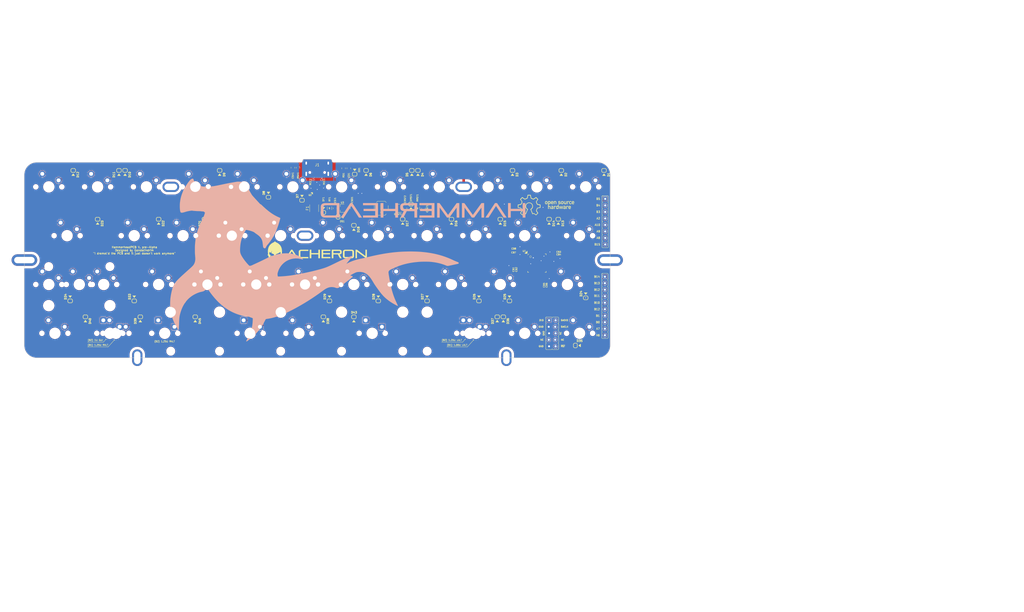
<source format=kicad_pcb>
(kicad_pcb (version 20221018) (generator pcbnew)
  (title_block (title "HammerheadPCB") (date "2019-09-14") (rev "V0.2") (company "Designed by Gondolindrim"))
  (layers (0 "F.Cu" signal) (31 "B.Cu" signal) (34 "B.Paste" user) (35 "F.Paste" user) (36 "B.SilkS" user "B.Silkscreen") (37 "F.SilkS" user "F.Silkscreen") (38 "B.Mask" user) (39 "F.Mask" user) (44 "Edge.Cuts" user))
  (net 0 "")
  (net 1 "3.3V")
  (net 2 "GND")
  (net 3 "BOOT0")
  (net 4 "NRST")
  (net 5 "/SHIELD")
  (net 6 "5V")
  (net 7 "VBUS")
  (net 8 "Net-(D1-Pad2)")
  (net 9 "Row1")
  (net 10 "Net-(D2-Pad2)")
  (net 11 "Net-(D3-Pad2)")
  (net 12 "Net-(D4-Pad2)")
  (net 13 "Net-(D5-Pad2)")
  (net 14 "Net-(D6-Pad2)")
  (net 15 "Net-(D7-Pad2)")
  (net 16 "Net-(D8-Pad2)")
  (net 17 "Net-(D9-Pad2)")
  (net 18 "Net-(D10-Pad2)")
  (net 19 "Net-(D11-Pad2)")
  (net 20 "Net-(D12-Pad2)")
  (net 21 "Net-(D13-Pad2)")
  (net 22 "Net-(D14-Pad2)")
  (net 23 "Net-(D15-Pad2)")
  (net 24 "Row2")
  (net 25 "Net-(D16-Pad2)")
  (net 26 "Net-(D17-Pad2)")
  (net 27 "Net-(D18-Pad2)")
  (net 28 "Net-(D19-Pad2)")
  (net 29 "Net-(D20-Pad2)")
  (net 30 "Net-(D21-Pad2)")
  (net 31 "Net-(D22-Pad2)")
  (net 32 "Net-(D23-Pad2)")
  (net 33 "Net-(D24-Pad2)")
  (net 34 "Net-(D25-Pad2)")
  (net 35 "Net-(D26-Pad2)")
  (net 36 "Net-(D27-Pad2)")
  (net 37 "Net-(D28-Pad2)")
  (net 38 "Row3")
  (net 39 "Net-(D29-Pad2)")
  (net 40 "Net-(D30-Pad2)")
  (net 41 "Net-(D31-Pad2)")
  (net 42 "Net-(D32-Pad2)")
  (net 43 "Net-(D33-Pad2)")
  (net 44 "Net-(D34-Pad2)")
  (net 45 "Net-(D35-Pad2)")
  (net 46 "Net-(D36-Pad2)")
  (net 47 "Net-(D37-Pad2)")
  (net 48 "Net-(D38-Pad2)")
  (net 49 "Net-(D39-Pad2)")
  (net 50 "Net-(D40-Pad2)")
  (net 51 "Row4")
  (net 52 "Net-(DRST1-Pad2)")
  (net 53 "CASE")
  (net 54 "Net-(J1-PadB8)")
  (net 55 "Net-(J1-PadA5)")
  (net 56 "DBus+")
  (net 57 "DBus-")
  (net 58 "Net-(J1-PadB5)")
  (net 59 "Net-(J1-PadA8)")
  (net 60 "SWDIO")
  (net 61 "SWCLK")
  (net 62 "Col1")
  (net 63 "Col2")
  (net 64 "Col3")
  (net 65 "Col4")
  (net 66 "Col5")
  (net 67 "Col6")
  (net 68 "Col7")
  (net 69 "Col8")
  (net 70 "Col9")
  (net 71 "Col10")
  (net 72 "Col11")
  (net 73 "D+")
  (net 74 "D-")
  (net 75 "Net-(CD1-Pad2)")
  (net 76 "Net-(J2-Pad7)")
  (net 77 "Net-(J2-Pad8)")
  (net 78 "Net-(J2-Pad6)")
  (net 79 "Net-(D43-Pad2)")
  (net 80 "Net-(D45-Pad2)")
  (net 81 "Extra5")
  (net 82 "Extra4")
  (net 83 "Extra1")
  (net 84 "Extra2")
  (net 85 "Extra3")
  (net 86 "Extra6")
  (net 87 "Extra7")
  (net 88 "Extra8")
  (net 89 "Extra18")
  (net 90 "Extra17")
  (net 91 "Extra13")
  (net 92 "Extra12")
  (net 93 "Extra9")
  (net 94 "Extra10")
  (net 95 "Extra11")
  (net 96 "Extra14")
  (net 97 "Extra15")
  (net 98 "Extra16")
  (footprint "Capacitor_SMD:C_0402_1005Metric" (layer "F.Cu") (at 227.36175 97.536 -90)
    (fp_text reference "CB1")
    (fp_text value "1uF")
  )
  (footprint "Capacitor_SMD:C_0402_1005Metric" (layer "F.Cu") (at 228.37775 97.536 -90)
    (fp_text reference "CB2")
    (fp_text value "10n")
  )
  (footprint "Capacitor_SMD:C_0402_1005Metric" (layer "F.Cu") (at 242.85575 93.726 180)
    (fp_text reference "CB4")
    (fp_text value "4.7uF")
  )
  (footprint "Capacitor_SMD:C_0402_1005Metric" (layer "F.Cu") (at 239.17275 103.632 90)
    (fp_text reference "CB5")
    (fp_text value "100n")
  )
  (footprint "Capacitor_SMD:C_0402_1005Metric" (layer "F.Cu") (at 240.18875 103.632 90)
    (fp_text reference "CB6")
    (fp_text value "4.7uF")
  )
  (footprint "Capacitor_SMD:C_0402_1005Metric" (layer "F.Cu") (at 229.26675 91.44)
    (fp_text reference "CB8")
    (fp_text value "100n")
  )
  (footprint "Capacitor_SMD:C_0805_2012Metric_Pad1.15x1.40mm_HandSolder" (layer "F.Cu") (at 192.05575 75.819 -90)
    (fp_text reference "CRST1")
    (fp_text value "10u")
  )
  (footprint "Capacitor_SMD:C_0805_2012Metric_Pad1.15x1.40mm_HandSolder" (layer "F.Cu") (at 184.94375 75.692 90)
    (fp_text reference "CRST2")
    (fp_text value "4.7n")
  )
  (footprint "Capacitor_SMD:C_0805_2012Metric" (layer "F.Cu") (at 141.12875 59.817 90)
    (fp_text reference "CSH1")
    (fp_text value "4.7nF")
  )
  (footprint "Capacitor_SMD:C_0805_2012Metric" (layer "F.Cu") (at 162.97275 60.071 -90)
    (fp_text reference "CD1")
    (fp_text value "4.7nF")
  )
  (footprint "Capacitor_SMD:C_0805_2012Metric_Pad1.15x1.40mm_HandSolder" (layer "F.Cu") (at 157.63875 75.692 -90)
    (fp_text reference "CSI1")
    (fp_text value "10u")
  )
  (footprint "acheron_Components:D_SOD-123" (layer "F.Cu") (at 262.5725 62.5475 -90)
    (fp_text reference "D1")
    (fp_text value "1N4148")
  )
  (footprint "acheron_Components:D_SOD-123" (layer "F.Cu") (at 245.90375 62.5475 -90)
    (fp_text reference "D2")
    (fp_text value "1N4148")
  )
  (footprint "acheron_Components:D_SOD-123" (layer "F.Cu") (at 226.85375 62.5475 -90)
    (fp_text reference "D3")
    (fp_text value "1N4148")
  )
  (footprint "acheron_Components:D_SOD-123" (layer "F.Cu") (at 189.944375 62.5475 -90)
    (fp_text reference "D4")
    (fp_text value "1N4148")
  )
  (footprint "acheron_Components:D_SOD-123" (layer "F.Cu") (at 187.563125 62.5475 -90)
    (fp_text reference "D5")
    (fp_text value "1N4148")
  )
  (footprint "acheron_Components:D_SOD-123" (layer "F.Cu") (at 144.700625 70.881875 90)
    (fp_text reference "D7")
    (fp_text value "1N4148")
  )
  (footprint "acheron_Components:D_SOD-123" (layer "F.Cu") (at 131.60375 69.69125 90)
    (fp_text reference "D8")
    (fp_text value "1N4148")
  )
  (footprint "acheron_Components:D_SOD-123" (layer "F.Cu") (at 112.55375 62.5475 -90)
    (fp_text reference "D9")
    (fp_text value "1N4148")
  )
  (footprint "acheron_Components:D_SOD-123" (layer "F.Cu") (at 75.644375 62.5475 -90)
    (fp_text reference "D10")
    (fp_text value "1N4148")
  )
  (footprint "acheron_Components:D_SOD-123" (layer "F.Cu") (at 73.263125 62.5475 -90)
    (fp_text reference "D11")
    (fp_text value "1N4148")
  )
  (footprint "acheron_Components:D_SOD-123" (layer "F.Cu") (at 55.40375 62.5475 -90)
    (fp_text reference "D12")
    (fp_text value "1N4148")
  )
  (footprint "acheron_Components:D_SOD-123" (layer "F.Cu") (at 244.71308 81.59756 -90)
    (fp_text reference "D13")
    (fp_text value "1N4148")
  )
  (footprint "acheron_Components:D_SOD-123" (layer "F.Cu") (at 241.14125 81.5975 -90)
    (fp_text reference "D14")
    (fp_text value "1N4148")
  )
  (footprint "acheron_Components:D_SOD-123" (layer "F.Cu") (at 222.09125 81.5975 -90)
    (fp_text reference "D15")
    (fp_text value "1N4148")
  )
  (footprint "acheron_Components:D_SOD-123" (layer "F.Cu") (at 203.04125 81.5975 -90)
    (fp_text reference "D16")
    (fp_text value "1N4148")
  )
  (footprint "acheron_Components:D_SOD-123" (layer "F.Cu") (at 183.99125 81.5975 -90)
    (fp_text reference "D17")
    (fp_text value "1N4148")
  )
  (footprint "acheron_Components:D_SOD-123" (layer "F.Cu") (at 164.94125 83.97875 -90)
    (fp_text reference "D18")
    (fp_text value "1N4148")
  )
  (footprint "acheron_Components:D_SOD-123" (layer "F.Cu") (at 108.981875 81.5975 -90)
    (fp_text reference "D20")
    (fp_text value "1N4148")
  )
  (footprint "acheron_Components:D_SOD-123" (layer "F.Cu") (at 106.600625 81.5975 -90)
    (fp_text reference "D21")
    (fp_text value "1N4148")
  )
  (footprint "acheron_Components:D_SOD-123" (layer "F.Cu") (at 88.74125 81.5975 -90)
    (fp_text reference "D22")
    (fp_text value "1N4148")
  )
  (footprint "acheron_Components:D_SOD-123" (layer "F.Cu") (at 64.92875 81.5975 -90)
    (fp_text reference "D23")
    (fp_text value "1N4148")
  )
  (footprint "acheron_Components:D_SOD-123" (layer "F.Cu") (at 213.756875 110.1725 90)
    (fp_text reference "D26")
    (fp_text value "1N4148")
  )
  (footprint "acheron_Components:D_SOD-123" (layer "F.Cu") (at 193.51625 110.1725 90)
    (fp_text reference "D27")
    (fp_text value "1N4148")
  )
  (footprint "acheron_Components:D_SOD-123" (layer "F.Cu") (at 174.46625 110.1725 90)
    (fp_text reference "D28")
    (fp_text value "1N4148")
  )
  (footprint "acheron_Components:D_SOD-123" (layer "F.Cu") (at 155.41625 110.1725 90)
    (fp_text reference "D29")
    (fp_text value "1N4148")
  )
  (footprint "acheron_Components:D_SOD-123" (layer "F.Cu") (at 136.36625 110.1725 90)
    (fp_text reference "D30")
    (fp_text value "1N4148")
  )
  (footprint "acheron_Components:D_SOD-123" (layer "F.Cu") (at 117.31625 110.1725 90)
    (fp_text reference "D31")
    (fp_text value "1N4148")
  )
  (footprint "acheron_Components:D_SOD-123" (layer "F.Cu") (at 98.26625 110.1725 90)
    (fp_text reference "D32")
    (fp_text value "1N4148")
  )
  (footprint "acheron_Components:D_SOD-123" (layer "F.Cu") (at 79.21625 110.1725 90)
    (fp_text reference "D33")
    (fp_text value "1N4148")
  )
  (footprint "acheron_Components:D_SOD-123" (layer "F.Cu") (at 54.213125 110.1725 90)
    (fp_text reference "D34")
    (fp_text value "1N4148")
  )
  (footprint "acheron_Components:D_SOD-123" (layer "F.Cu") (at 223.281875 119.6975 -90)
    (fp_text reference "D36")
    (fp_text value "1N4148")
  )
  (footprint "acheron_Components:D_SOD-123" (layer "F.Cu") (at 220.900625 119.6975 -90)
    (fp_text reference "D37")
    (fp_text value "1N4148")
  )
  (footprint "acheron_Components:D_SOD-123" (layer "F.Cu") (at 153.035 119.6975 -90)
    (fp_text reference "D38")
    (fp_text value "1N4148")
  )
  (footprint "acheron_Components:D_SOD-123" (layer "F.Cu") (at 81.5975 119.6975 -90)
    (fp_text reference "D39")
    (fp_text value "1N4148")
  )
  (footprint "acheron_Components:D_SOD-123" (layer "F.Cu") (at 153.035 75.644375 90)
    (fp_text reference "DF1")
    (fp_text value "RB060M-60TR")
  )
  (footprint "acheron_Components:D_SOD-123" (layer "F.Cu") (at 160.43275 78.994)
    (fp_text reference "DS1")
    (fp_text value "1N4007")
  )
  (footprint "acheron_Components:D_SOD-123" (layer "F.Cu") (at 165.25875 60.706 90)
    (fp_text reference "DD1")
    (fp_text value "1N4007")
  )
  (footprint "acheron_Components:Fuse_1812_4532" (layer "F.Cu") (at 149.463125 75.644375 90)
    (fp_text reference "F1")
    (fp_text value "Polyfuse")
  )
  (footprint "Package_TO_SOT_SMD:SOT-23" (layer "F.Cu") (at 182.14975 75.692 180)
    (fp_text reference "QRST1")
    (fp_text value "DTC123J")
  )
  (footprint "Resistor_SMD:R_0402_1005Metric" (layer "F.Cu") (at 152.30475 65.024 90)
    (fp_text reference "RCC1")
    (fp_text value "5.1k")
  )
  (footprint "acheron_Components:R_SMD_1026" (layer "F.Cu") (at 189.76975 75.692 -90)
    (fp_text reference "RRST1")
    (fp_text value "100k")
  )
  (footprint "Resistor_SMD:R_0805_2012Metric" (layer "F.Cu") (at 143.16075 59.817 -90)
    (fp_text reference "RSH1")
    (fp_text value "1M")
  )
  (footprint "Resistor_SMD:R_0805_2012Metric" (layer "F.Cu") (at 160.94075 60.071 90)
    (fp_text reference "RD1")
    (fp_text value "1M")
  )
  (footprint "acheron_Hardware:smdPushBtn" (layer "F.Cu") (at 175.656875 75.644375)
    (fp_text reference "SWRST1")
    (fp_text value "SW_Push")
  )
  (footprint "acheron_Components:D_SOD-123" (layer "F.Cu") (at 253.04749 129.22276)
    (fp_text reference "D35")
    (fp_text value "1N4148")
  )
  (footprint "acheron_Components:D_SOD-123" (layer "F.Cu") (at 60.16625 119.6975 -90)
    (fp_text reference "D40")
    (fp_text value "1N4148")
  )
  (footprint "acheron_Graphics:osh-logo" (layer "F.Cu") (at 239.93475 74.676)
    (fp_text reference "L2" hide)
    (fp_text value "OSHLogo" hide)
  )
  (footprint "acheron_Logos:acheronLong" (layer "F.Cu") (at 150.65331 93.50386)
    (fp_text reference "L3" hide)
    (fp_text value "Acheron Logo" hide)
  )
  (footprint "acheron_MX_SolderMask:MX100" (layer "F.Cu") (at 164.94125 105.41)
    (fp_text reference "SW28")
    (fp_text value "V")
  )
  (footprint "acheron_MX_SolderMask:MX125" (layer "F.Cu") (at 67.31 105.41)
    (fp_text reference "SW33")
    (fp_text value "RSHIFT_125")
  )
  (footprint "acheron_MX_SolderMask:MX100" (layer "F.Cu") (at 183.99125 105.41)
    (fp_text reference "SW27")
    (fp_text value "C")
  )
  (footprint "acheron_Components:LQFP-48_7x7mm_P0.5mm" (layer "F.Cu") (at 236.37875 97.075625)
    (fp_text reference "U1")
    (fp_text value "STM32F072-LQFP48")
  )
  (footprint "acheron_MX_SolderMask:MX100" (layer "F.Cu") (at 145.89125 105.41)
    (fp_text reference "SW29")
    (fp_text value "B")
  )
  (footprint "acheron_MX_SolderMask:MX100" (layer "F.Cu") (at 45.87875 67.31)
    (fp_text reference "SW12")
    (fp_text value "BKSP")
  )
  (footprint "acheron_MX_SolderMask:MX100" (layer "F.Cu") (at 222.09125 105.41)
    (fp_text reference "SW25")
    (fp_text value "Z")
  )
  (footprint "acheron_MX_SolderMask:MX100" (layer "F.Cu") (at 193.51625 86.36)
    (fp_text reference "SW16")
    (fp_text value "D")
  )
  (footprint "acheron_MX_SolderMask:MX100" (layer "F.Cu") (at 174.46625 86.36)
    (fp_text reference "SW17")
    (fp_text value "F")
  )
  (footprint "acheron_MX_SolderMask:MX100" (layer "F.Cu") (at 117.31625 86.36)
    (fp_text reference "SW20")
    (fp_text value "J")
  )
  (footprint "acheron_MX_SolderMask:MX100" (layer "F.Cu") (at 88.74125 105.41)
    (fp_text reference "SW32")
    (fp_text value "/?")
  )
  (footprint "acheron_MX_SolderMask:MX625R" (layer "F.Cu") (at 143.51 124.46)
    (fp_text reference "SW38")
    (fp_text value "SPC_625")
  )
  (footprint "acheron_MX_SolderMask:MX175" (layer "F.Cu") (at 248.285 105.41)
    (fp_text reference "SW24")
    (fp_text value "LSHIFT_175")
  )
  (footprint "acheron_MX_SolderMask:MX100" (layer "F.Cu") (at 198.27875 67.31)
    (fp_text reference "SW4")
    (fp_text value "E")
  )
  (footprint "acheron_MX_SolderMask:MX125" (layer "F.Cu") (at 253.0475 124.46)
    (fp_text reference "SW40")
    (fp_text value "LCTRL_125")
  )
  (footprint "acheron_MX_SolderMask:MX100" (layer "F.Cu") (at 107.79125 105.41)
    (fp_text reference "SW31")
    (fp_text value "M")
  )
  (footprint "acheron_MX_SolderMask:MX100" (layer "F.Cu") (at 79.21625 86.36)
    (fp_text reference "SW22")
    (fp_text value "L")
  )
  (footprint "acheron_MX_SolderMask:MX100" (layer "F.Cu") (at 203.04125 105.41)
    (fp_text reference "SW26")
    (fp_text value "X")
  )
  (footprint "acheron_MX_SolderMask:MX100" (layer "F.Cu") (at 98.26625 86.36)
    (fp_text reference "SW21")
    (fp_text value "K")
  )
  (footprint "acheron_MX_SolderMask:MX125" (layer "F.Cu") (at 72.0725 124.46)
    (fp_text reference "SW39")
    (fp_text value "RALT_125")
  )
  (footprint "acheron_MX_SolderMask:MX100" (layer "F.Cu") (at 231.61625 124.46)
    (fp_text reference "SW36")
    (fp_text value "SUPER_100")
  )
  (footprint "acheron_MX_SolderMask:MX100" (layer "F.Cu") (at 103.02875 67.31)
    (fp_text reference "SW9")
    (fp_text value "I")
  )
  (footprint "acheron_MX_SolderMask:MX100" (layer "F.Cu") (at 212.56625 86.36)
    (fp_text reference "SW15")
    (fp_text value "S")
  )
  (footprint "acheron_MX_SolderMask:MX100" (layer "F.Cu") (at 83.97875 67.31)
    (fp_text reference "SW10")
    (fp_text value "O")
  )
  (footprint "acheron_MX_SolderMask:MX100" (layer "F.Cu") (at 212.56625 124.46)
    (fp_text reference "SW37")
    (fp_text value "LALT_100")
  )
  (footprint "acheron_MX_SolderMask:MX125" (layer "F.Cu") (at 48.26 124.46)
    (fp_text reference "SW41")
    (fp_text value "RCTRL_125")
  )
  (footprint "acheron_MX_SolderMask:MX100" (layer "F.Cu") (at 255.42875 67.31)
    (fp_text reference "SW1")
    (fp_text value "ESC")
  )
  (footprint "acheron_MX_SolderMask:MX100" (layer "F.Cu") (at 136.36625 86.36)
    (fp_text reference "SW19")
    (fp_text value "H")
  )
  (footprint "acheron_MX_SolderMask:MX100" (layer "F.Cu") (at 236.37875 67.31)
    (fp_text reference "SW2")
    (fp_text value "Q")
  )
  (footprint "acheron_MX_SolderMask:MX100" (layer "F.Cu") (at 141.12875 67.31)
    (fp_text reference "SW7")
    (fp_text value "Y")
  )
  (footprint "acheron_MX_SolderMask:MX100" (layer "F.Cu") (at 217.32875 67.31)
    (fp_text reference "SW3")
    (fp_text value "W")
  )
  (footprint "acheron_MX_SolderMask:MX100" (layer "F.Cu") (at 122.07875 67.31)
    (fp_text reference "SW8")
    (fp_text value "U")
  )
  (footprint "acheron_MX_SolderMask:MX175" (layer "F.Cu") (at 53.0225 86.36)
    (fp_text reference "SW23")
    (fp_text value "ENTER_175")
  )
  (footprint "acheron_MX_SolderMask:MX100" (layer "F.Cu") (at 179.22875 67.31)
    (fp_text reference "SW5")
    (fp_text value "R")
  )
  (footprint "acheron_MX_SolderMask:MX125" (layer "F.Cu") (at 253.0475 86.36)
    (fp_text reference "SW13")
    (fp_text value "TAB_125")
  )
  (footprint "acheron_MX_SolderMask:MX100" (layer "F.Cu") (at 45.87875 105.41)
    (fp_text reference "SW34")
    (fp_text value "FN_100")
  )
  (footprint "acheron_MX_SolderMask:MX225" (layer "F.Cu") (at 57.785 105.41)
    (fp_text reference "SW35")
    (fp_text value "RSHIFT_225")
  )
  (footprint "acheron_MX_SolderMask:MX100" (layer "F.Cu") (at 64.92875 67.31)
    (fp_text reference "SW11")
    (fp_text value "P")
  )
  (footprint "acheron_MX_SolderMask:MX100" (layer "F.Cu") (at 155.41625 86.36)
    (fp_text reference "SW18")
    (fp_text value "G")
  )
  (footprint "acheron_MX_SolderMask:MX100" (layer "F.Cu") (at 126.84125 105.41)
    (fp_text reference "SW30")
    (fp_text value "N")
  )
  (footprint "acheron_Components:D_SOD-123" (layer "F.Cu") (at 225.663125 110.1725 90)
    (fp_text reference "D25")
    (fp_text value "1N4148")
  )
  (footprint "Resistor_SMD:R_0402_1005Metric" (layer "F.Cu") (at 149.00275 65.024 90)
    (fp_text reference "RCC2")
    (fp_text value "5.1k")
  )
  (footprint "acheron_Components:R_SMD_1026" (layer "F.Cu") (at 155.41625 75.644375 -90)
    (fp_text reference "RF1")
    (fp_text value "10k")
  )
  (footprint "Package_TO_SOT_SMD:SOT-23" (layer "F.Cu") (at 160.43275 75.692 180)
    (fp_text reference "U3")
    (fp_text value "MCP1700-3302E_SOT23")
  )
  (footprint "Capacitor_SMD:C_0805_2012Metric_Pad1.15x1.40mm_HandSolder" (layer "F.Cu") (at 164.24275 75.692 90)
    (fp_text reference "CSO1")
    (fp_text value "1u")
  )
  (footprint "acheron_Components:D_SOD-123" (layer "F.Cu") (at 187.22975 75.692 -90)
    (fp_text reference "DRST1")
    (fp_text value "1N4148")
  )
  (footprint "acheron_MX_SolderMask:MX100" (layer "F.Cu") (at 160.17875 67.31)
    (fp_text reference "SW6")
    (fp_text value "T")
  )
  (footprint "acheron_Components:D_SOD-123" (layer "F.Cu") (at 169.70375 62.5475 -90)
    (fp_text reference "D6")
    (fp_text value "1N4148")
  )
  (footprint "acheron_Components:D_SOD-123" (layer "F.Cu") (at 126.84125 81.5975 -90)
    (fp_text reference "D19")
    (fp_text value "1N4148")
  )
  (footprint "Capacitor_SMD:C_0402_1005Metric" (layer "F.Cu") (at 242.85575 92.71 180)
    (fp_text reference "CB3")
    (fp_text value "100n")
  )
  (footprint "acheron_Connectors:TYPE-C-31-M-12" (layer "F.Cu") (at 150.65331 63.73811 180)
    (fp_text reference "J1")
    (fp_text value "TYPE-C-31-M12_13")
  )
  (footprint "acheron_Connectors:Conn_ARM_JTAG_SWD_10" (layer "F.Cu") (at 242.33182 124.46024)
    (fp_text reference "J2" hide)
    (fp_text value "Conn_ARM_JTAG_SWD_10" hide)
  )
  (footprint "acheron_Components:D_SOD-123" (layer "F.Cu") (at 255.42875 108.98205 90)
    (fp_text reference "D24")
    (fp_text value "1N4148")
  )
  (footprint "acheron_Components:D_SOD-123" (layer "F.Cu") (at 103.02811 119.69772 -90)
    (fp_text reference "D45")
    (fp_text value "1N4148")
  )
  (footprint "acheron_MX_SolderMask:MX125" (layer "F.Cu") (at 210.18481 124.46024)
    (fp_text reference "SW42")
    (fp_text value "LALT_125")
  )
  (footprint "acheron_MX_SolderMask:MX225R" (layer "F.Cu") (at 124.45945 124.46024)
    (fp_text reference "SW43")
    (fp_text value "SPC_225")
  )
  (footprint "acheron_MX_SolderMask:MX275R" (layer "F.Cu") (at 172.08465 124.46024)
    (fp_text reference "SW44")
    (fp_text value "SPC_275")
  )
  (footprint "acheron_MX_SolderMask:MX100" (layer "F.Cu") (at 69.69047 124.46024)
    (fp_text reference "SW46")
    (fp_text value "SUPER_100")
  )
  (footprint "acheron_Components:SOT-23-6" (layer "F.Cu") (at 150.65375 68.500625 90)
    (fp_text reference "U2")
    (fp_text value "USBLC6-2SC6")
  )
  (footprint "Capacitor_SMD:C_0402_1005Metric" (layer "F.Cu") (at 229.26675 92.964 180)
    (fp_text reference "CB7")
    (fp_text value "100nF")
  )
  (footprint "acheron_MX_SolderMask:MX100" (layer "F.Cu") (at 231.61615 86.36008)
    (fp_text reference "SW14")
    (fp_text value "A")
  )
  (footprint "acheron_Connectors:PinHeader_1x8_P2.54mm_Vertical" (layer "F.Cu") (at 263.04875 77.089)
    (fp_text reference "J3" hide)
    (fp_text value "Conn_01x08" hide)
  )
  (footprint "acheron_Connectors:PinHeader_1x10_P2.54mm_Vertical" (layer "F.Cu") (at 262.92175 113.792)
    (fp_text reference "J4" hide)
    (fp_text value "Conn_01x08" hide)
  )
  (footprint "acheron_MX_SolderMask:MX125" (layer "F.Cu") (at 91.12181 124.46024)
    (fp_text reference "SW45")
    (fp_text value "RALT_125")
  )
  (footprint "acheron_Components:D_SOD-123" (layer "F.Cu") (at 164.94087 119.69772 -90)
    (fp_text reference "D43")
    (fp_text value "1N4148")
  )
  (footprint "hammerhead_Graphics:hammerhead_Logo" (layer "B.Cu") (at 162.56 95.885 180)
    (fp_text reference "L1" hide)
    (fp_text value "HammerheadLogo" hide)
  )
  (footprint "acheron_MountingHoles:halfSideHole" (layer "B.Cu") (at 36.35375 95.885 180)
    (fp_text reference "H6" hide)
    (fp_text value "Half Side Hole " hide)
  )
  (footprint "acheron_MountingHoles:MoutingHole_Oval_7mm_5.0x2.5mm" (layer "B.Cu") (at 93.50375 67.31 180)
    (fp_text reference "H7" hide)
    (fp_text value "Oval Mounting Hole" hide)
  )
  (footprint "acheron_MountingHoles:halfSideHole" (layer "B.Cu") (at 264.95375 95.885 180)
    (fp_text reference "H1" hide)
    (fp_text value "Half Side Hole " hide)
  )
  (footprint "acheron_MountingHoles:MoutingHole_Oval_7mm_5.0x2.5mm" (layer "B.Cu") (at 224.4725 133.985 90)
    (fp_text reference "H2" hide)
    (fp_text value "Mounting Hole" hide)
  )
  (footprint "acheron_MountingHoles:MoutingHole_Oval_7mm_5.0x2.5mm" (layer "B.Cu") (at 80.406875 133.985 90)
    (fp_text reference "H4" hide)
    (fp_text value "Oval Mounting Hole" hide)
  )
  (footprint "acheron_MountingHoles:MoutingHole_Oval_7mm_5.0x2.5mm" (layer "B.Cu") (at 145.89125 86.36 180)
    (fp_text reference "H3" hide)
    (fp_text value "Oval Mounting Hole" hide)
  )
  (footprint "acheron_MountingHoles:MoutingHole_Oval_7mm_5.0x2.5mm" (layer "B.Cu") (at 207.80375 67.31 180)
    (fp_text reference "H5" hide)
    (fp_text value "Oval Mounting Hole" hide)
  )
  (gr_line (start 207.42275 127.889) (end 208.43875 126.746) (stroke (width 0.12)) (layer "F.SilkS"))
  (gr_line (start 211.74075 127) (end 211.48675 127) (stroke (width 0.12)) (layer "F.SilkS"))
  (gr_line (start 199.16775 127.889) (end 207.42275 127.889) (stroke (width 0.12)) (layer "F.SilkS"))
  (gr_line (start 208.43875 126.746) (end 208.43875 127) (stroke (width 0.12)) (layer "F.SilkS"))
  (gr_line (start 210.59775 128.27) (end 211.74075 127) (stroke (width 0.12)) (layer "F.SilkS"))
  (gr_line (start 201.19975 129.794) (end 209.20075 129.794) (stroke (width 0.12)) (layer "F.SilkS"))
  (gr_line (start 211.74075 127) (end 211.74075 127.254) (stroke (width 0.12)) (layer "F.SilkS"))
  (gr_line (start 208.43875 126.746) (end 208.18475 126.746) (stroke (width 0.12)) (layer "F.SilkS"))
  (gr_line (start 209.20075 129.794) (end 210.59775 128.27) (stroke (width 0.12)) (layer "F.SilkS"))
  (gr_line (start 60.99175 129.794) (end 68.99275 129.794) (stroke (width 0.12)) (layer "F.SilkS"))
  (gr_line (start 71.53275 127) (end 71.53275 127.254) (stroke (width 0.12)) (layer "F.SilkS"))
  (gr_line (start 70.38975 128.27) (end 71.53275 127) (stroke (width 0.12)) (layer "F.SilkS"))
  (gr_line (start 68.99275 129.794) (end 70.38975 128.27) (stroke (width 0.12)) (layer "F.SilkS"))
  (gr_line (start 68.23075 126.746) (end 68.23075 127) (stroke (width 0.12)) (layer "F.SilkS"))
  (gr_line (start 71.53275 127) (end 71.27875 127) (stroke (width 0.12)) (layer "F.SilkS"))
  (gr_line (start 68.23075 126.746) (end 67.97675 126.746) (stroke (width 0.12)) (layer "F.SilkS"))
  (gr_line (start 60.99175 127.889) (end 67.21475 127.889) (stroke (width 0.12)) (layer "F.SilkS"))
  (gr_line (start 67.21475 127.889) (end 68.23075 126.746) (stroke (width 0.12)) (layer "F.SilkS"))
  (gr_line (start 157.00375 57.785) (end 260.19125 57.785) (stroke (width 0.127)) (layer "Edge.Cuts"))
  (gr_arc (start 144.93875 57.15) (mid 145.124737 56.700987) (end 145.57375 56.515) (stroke (width 0.127)) (layer "Edge.Cuts"))
  (gr_line (start 155.73375 56.515) (end 145.57375 56.515) (stroke (width 0.127)) (layer "Edge.Cuts"))
  (gr_arc (start 36.35375 62.5475) (mid 37.748654 59.179904) (end 41.11625 57.785) (stroke (width 0.127)) (layer "Edge.Cuts"))
  (gr_arc (start 155.73375 56.515) (mid 156.182763 56.700987) (end 156.36875 57.15) (stroke (width 0.127)) (layer "Edge.Cuts"))
  (gr_line (start 144.30375 57.785) (end 41.11625 57.785) (stroke (width 0.127)) (layer "Edge.Cuts"))
  (gr_line (start 36.35375 129.2225) (end 36.35375 62.5475) (stroke (width 0.127)) (layer "Edge.Cuts"))
  (gr_line (start 260.19125 133.985) (end 41.11625 133.985) (stroke (width 0.127)) (layer "Edge.Cuts"))
  (gr_line (start 264.95375 62.5475) (end 264.95375 129.2225) (stroke (width 0.127)) (layer "Edge.Cuts"))
  (gr_arc (start 41.11625 133.985) (mid 37.748654 132.590096) (end 36.35375 129.2225) (stroke (width 0.127)) (layer "Edge.Cuts"))
  (gr_arc (start 264.95375 129.2225) (mid 263.558846 132.590096) (end 260.19125 133.985) (stroke (width 0.127)) (layer "Edge.Cuts"))
  (gr_arc (start 260.19125 57.785) (mid 263.558846 59.179904) (end 264.95375 62.5475) (stroke (width 0.127)) (layer "Edge.Cuts"))
  (gr_arc (start 157.00375 57.785) (mid 156.554737 57.599013) (end 156.36875 57.15) (stroke (width 0.127)) (layer "Edge.Cuts"))
  (gr_arc (start 144.93875 57.15) (mid 144.752763 57.599013) (end 144.30375 57.785) (stroke (width 0.127)) (layer "Edge.Cuts"))
  (gr_text "B13" (at 261.01675 104.902) (layer "F.SilkS") (effects (font (size 0.762 0.762) (thickness 0.1524)) (justify right)))
  (gr_text "B12" (at 261.01675 107.442) (layer "F.SilkS") (effects (font (size 0.762 0.762) (thickness 0.1524)) (justify right)))
  (gr_text "B11" (at 261.01675 109.855) (layer "F.SilkS") (effects (font (size 0.762 0.762) (thickness 0.1524)) (justify right)))
  (gr_text "B10" (at 261.01675 112.522) (layer "F.SilkS") (effects (font (size 0.762 0.762) (thickness 0.1524)) (justify right)))
  (gr_text "B12" (at 261.01675 115.062) (layer "F.SilkS") (effects (font (size 0.762 0.762) (thickness 0.1524)) (justify right)))
  (gr_text "B1" (at 261.01675 117.602) (layer "F.SilkS") (effects (font (size 0.762 0.762) (thickness 0.1524)) (justify right)))
  (gr_text "B0" (at 261.01675 120.142) (layer "F.SilkS") (effects (font (size 0.762 0.762) (thickness 0.1524)) (justify right)))
  (gr_text "A7" (at 261.01675 122.682) (layer "F.SilkS") (effects (font (size 0.762 0.762) (thickness 0.1524)) (justify right)))
  (gr_text "A6" (at 261.01675 125.222) (layer "F.SilkS") (effects (font (size 0.762 0.762) (thickness 0.1524)) (justify right)))
  (gr_text "B15" (at 261.14375 89.789) (layer "F.SilkS") (effects (font (size 0.762 0.762) (thickness 0.1524)) (justify right)))
  (gr_text "A8" (at 261.14375 87.249) (layer "F.SilkS") (effects (font (size 0.762 0.762) (thickness 0.1524)) (justify right)))
  (gr_text "A9" (at 261.14375 84.709) (layer "F.SilkS") (effects (font (size 0.762 0.762) (thickness 0.1524)) (justify right)))
  (gr_text "A10" (at 261.14375 82.169) (layer "F.SilkS") (effects (font (size 0.762 0.762) (thickness 0.1524)) (justify right)))
  (gr_text "A2" (at 261.14375 79.629) (layer "F.SilkS") (effects (font (size 0.762 0.762) (thickness 0.1524)) (justify right)))
  (gr_text "B3" (at 261.14375 77.089) (layer "F.SilkS") (effects (font (size 0.762 0.762) (thickness 0.1524)) (justify right)))
  (gr_text "B4" (at 261.14375 74.549) (layer "F.SilkS") (effects (font (size 0.762 0.762) (thickness 0.1524)) (justify right)))
  (gr_text "B5" (at 261.14375 72.009) (layer "F.SilkS") (effects (font (size 0.762 0.762) (thickness 0.1524)) (justify right)))
  (gr_text "(B1) 1.25U RALT" (at 65.05575 129.032) (layer "F.SilkS") (effects (font (size 0.635 0.635) (thickness 0.127))))
  (gr_text "(B2) 1.25U RALT" (at 91.09075 127.635) (layer "F.SilkS") (effects (font (size 0.635 0.635) (thickness 0.127))))
  (gr_text "(B1) 1.00U LALT" (at 205.26375 129.032) (layer "F.SilkS") (effects (font (size 0.635 0.635) (thickness 0.127))))
  (gr_text "(B2) 1.25U LALT" (at 203.20635 127.127) (layer "F.SilkS") (effects (font (size 0.635 0.635) (thickness 0.127))))
  (gr_text "HammerheadPCB V. pre-Alpha\nDesigned by Gondolindrim\n\"I dremel'd the PCB and it just doesn't work anymore\"" (at 79.27975 92.075) (layer "F.SilkS") (effects (font (size 0.762 0.762) (thickness 0.1524))))
  (gr_text "(B2) 1U GUI" (at 64.03975 127.127) (layer "F.SilkS") (effects (font (size 0.635 0.635) (thickness 0.127))))
  (gr_text "B14" (at 261.01675 102.362) (layer "F.SilkS") (effects (font (size 0.762 0.762) (thickness 0.1524)) (justify right)))
  (segment (start 241.20475 103.124) (end 241.20475 103.124) (width 0.254) (layer "F.Cu") (net 1))
  (segment (start 241.45875 92.71) (end 241.45875 92.71) (width 0.254) (layer "F.Cu") (net 1))
  (segment (start 161.43275 74.742) (end 162.65275 74.742) (width 1.016) (layer "F.Cu") (net 1))
  (segment (start 229.77475 90.678) (end 229.77475 91.44) (width 0.254) (layer "F.Cu") (net 1))
  (segment (start 242.34775 93.853) (end 242.34775 92.71) (width 0.254) (layer "F.Cu") (net 1))
  (segment (start 229.75175 93.703) (end 229.77475 93.726) (width 0.254) (layer "F.Cu") (net 1))
  (segment (start 180.75275 71.755) (end 179.48275 73.025) (width 0.508) (layer "F.Cu") (net 1))
  (segment (start 230.15575 94.107) (end 229.77475 93.726) (width 0.254) (layer "F.Cu") (net 1))
  (segment (start 242.37075 92.71) (end 241.45875 92.71) (width 0.254) (layer "F.Cu") (net 1))
  (segment (start 172.62475 73.66) (end 178.59375 73.66) (width 1.016) (layer "F.Cu") (net 1))
  (segment (start 179.73675 72.771) (end 179.48275 73.025) (width 0.508) (layer "F.Cu") (net 1))
  (segment (start 232.69575 91.948) (end 232.88625 92.1385) (width 0.254) (layer "F.Cu") (net 1))
  (segment (start 231.006125 94.107) (end 230.15575 94.107) (width 0.254) (layer "F.Cu") (net 1))
  (segment (start 232.21625 98.325625) (end 229.421375 98.325625) (width 0.254) (layer "F.Cu") (net 1))
  (segment (start 240.54125 94.325625) (end 241.875125 94.325625) (width 0.254) (layer "F.Cu") (net 1))
  (segment (start 162.65275 74.742) (end 162.65275 78.425) (width 1.016) (layer "F.Cu") (net 1))
  (segment (start 232.88625 92.1385) (end 233.58475 92.837) (width 0.254) (layer "F.Cu") (net 1))
  (segment (start 198.53275 74.041) (end 196.24675 71.755) (width 0.508) (layer "F.Cu") (net 1))
  (segment (start 241.875125 94.325625) (end 242.34775 93.853) (width 0.254) (layer "F.Cu") (net 1))
  (segment (start 229.75175 92.964) (end 229.75175 93.703) (width 0.254) (layer "F.Cu") (net 1))
  (segment (start 222.78975 74.041) (end 223.67875 74.041) (width 0.508) (layer "F.Cu") (net 1))
  (segment (start 229.75175 91.44) (end 232.18775 91.44) (width 0.254) (layer "F.Cu") (net 1))
  (segment (start 232.21625 94.325625) (end 231.22475 94.325625) (width 0.254) (layer "F.Cu") (net 1))
  (segment (start 229.13975 98.044) (end 225.45675 98.044) (width 0.254) (layer "F.Cu") (net 1))
  (segment (start 196.24675 71.755) (end 180.75275 71.755) (width 0.508) (layer "F.Cu") (net 1))
  (segment (start 171.61775 74.667) (end 172.62475 73.66) (width 1.016) (layer "F.Cu") (net 1))
  (segment (start 179.48275 73.025) (end 178.84775 73.66) (width 0.508) (layer "F.Cu") (net 1))
  (segment (start 229.421375 98.325625) (end 229.13975 98.044) (width 0.254) (layer "F.Cu") (net 1))
  (segment (start 232.21625 98.325625) (end 231.072375 98.325625) (width 0.254) (layer "F.Cu") (net 1))
  (segment (start 231.22475 94.325625) (end 231.006125 94.107) (width 0.254) (layer "F.Cu") (net 1))
  (segment (start 162.65275 78.425) (end 162.08375 78.994) (width 1.016) (layer "F.Cu") (net 1))
  (segment (start 164.24275 74.667) (end 171.61775 74.667) (width 1.016) (layer "F.Cu") (net 1))
  (segment (start 239.12875 103.124) (end 241.20475 103.124) (width 0.254) (layer "F.Cu") (net 1))
  (segment (start 220.50375 74.041) (end 222.78975 74.041) (width 0.508) (layer "F.Cu") (net 1))
  (segment (start 162.65275 74.742) (end 164.30375 74.742) (width 1.016) (layer "F.Cu") (net 1))
  (segment (start 239.12875 101.238125) (end 239.12875 103.124) (width 0.254) (layer "F.Cu") (net 1))
  (segment (start 232.18775 91.44) (end 232.88625 92.1385) (width 0.254) (layer "F.Cu") (net 1))
  (segment (start 220.50375 74.041) (end 198.53275 74.041) (width 0.508) (layer "F.Cu") (net 1))
  (via (at 229.77475 90.678) (size 0.508) (drill 0.3048) (layers "F.Cu" "B.Cu") (net 1))
  (via (at 223.67875 74.041) (size 0.508) (drill 0.3048) (layers "F.Cu" "B.Cu") (net 1))
  (via (at 229.77475 93.726) (size 0.508) (drill 0.3048) (layers "F.Cu" "B.Cu") (net 1))
  (via (at 241.20475 103.124) (size 0.508) (drill 0.3048) (layers "F.Cu" "B.Cu") (net 1))
  (via (at 241.45875 92.71) (size 0.508) (drill 0.3048) (layers "F.Cu" "B.Cu") (net 1))
  (via (at 225.45675 98.044) (size 0.508) (drill 0.3048) (layers "F.Cu" "B.Cu") (net 1))
  (segment (start 227.36175 83.566) (end 230.40975 83.566) (width 0.508) (layer "B.Cu") (net 1))
  (segment (start 241.45875 89.408) (end 241.45875 76.708) (width 0.508) (layer "B.Cu") (net 1))
  (segment (start 218.85275 104.648) (end 225.45675 98.044) (width 0.508) (layer "B.Cu") (net 1))
  (segment (start 227.36175 83.566) (end 228.63175 84.836) (width 0.508) (layer "B.Cu") (net 1))
  (segment (start 241.45875 92.71) (end 241.458749 102.870001) (width 0.508) (layer "B.Cu") (net 1))
  (segment (start 241.458749 102.870001) (end 241.20475 103.124) (width 0.508) (layer "B.Cu") (net 1))
  (segment (start 218.85275 113.538) (end 222.78975 117.475) (width 0.508) (layer "B.Cu") (net 1))
  (segment (start 229.77475 93.726) (end 225.45675 98.044) (width 0.508) (layer "B.Cu") (net 1))
  (segment (start 224.82175 75.184) (end 224.82175 81.026) (width 0.508) (layer "B.Cu") (net 1))
  (segment (start 230.40975 83.566) (end 232.82275 81.153) (width 0.508) (layer "B.Cu") (net 1))
  (segment (start 229.77475 93.091) (end 229.77475 93.726) (width 0.508) (layer "B.Cu") (net 1))
  (segment (start 218.85275 108.712) (end 218.85275 113.538) (width 0.508) (layer "B.Cu") (net 1))
  (segment (start 218.85275 109.728) (end 218.85275 108.712) (width 0.508) (layer "B.Cu") (net 1))
  (segment (start 229.77475 91.186) (end 229.77475 91.948) (width 0.508) (layer "B.Cu") (net 1))
  (segment (start 222.78975 117.475) (end 230.28275 117.475) (width 0.508) (layer "B.Cu") (net 1))
  (segment (start 228.63175 89.535) (end 229.77475 90.678) (width 0.508) (layer "B.Cu") (net 1))
  (segment (start 224.82175 81.026) (end 227.36175 83.566) (width 0.508) (layer "B.Cu") (net 1))
  (segment (start 232.18775 119.38) (end 240.95075 119.38) (width 0.508) (layer "B.Cu") (net 1))
  (segment (start 228.63175 84.836) (end 228.63175 89.535) (width 0.508) (layer "B.Cu") (net 1))
  (segment (start 236.12475 74.041) (end 238.79175 74.041) (width 0.508) (layer "B.Cu") (net 1))
  (segment (start 230.28275 117.475) (end 232.18775 119.38) (width 0.508) (layer "B.Cu") (net 1))
  (segment (start 241.45875 76.708) (end 238.79175 74.041) (width 0.508) (layer "B.Cu") (net 1))
  (segment (start 229.77475 91.948) (end 229.77475 93.091) (width 0.508) (layer "B.Cu") (net 1))
  (segment (start 223.67875 74.041) (end 224.82175 75.184) (width 0.508) (layer "B.Cu") (net 1))
  (segment (start 218.85275 108.712) (end 218.85275 104.648) (width 0.508) (layer "B.Cu") (net 1))
  (segment (start 229.77475 91.948) (end 229.77475 90.678) (width 0.508) (layer "B.Cu") (net 1))
  (segment (start 241.45875 92.71) (end 241.45875 89.408) (width 0.508) (layer "B.Cu") (net 1))
  (segment (start 232.82275 77.343) (end 236.12475 74.041) (width 0.508) (layer "B.Cu") (net 1))
  (segment (start 241.45875 92.71) (end 241.45875 96.52) (width 0.508) (layer "B.Cu") (net 1))
  (segment (start 232.82275 81.153) (end 232.82275 77.343) (width 0.508) (layer "B.Cu") (net 1))
  (segment (start 147.40331 62.46311) (end 147.40331 64.516) (width 0.508) (layer "F.Cu") (net 2))
  (segment (start 153.90331 62.46311) (end 153.90331 64.262) (width 0.508) (layer "F.Cu") (net 2))
  (via (at 234.98175 94.996) (size 0.8128) (drill 0.4064) (layers "F.Cu" "B.Cu") (net 2))
  (segment (start 243.36375 81.153) (end 242.60175 81.915) (width 0.254) (layer "F.Cu") (net 3))
  (segment (start 189.39775 76.844) (end 187.22975 74.676) (width 1.016) (layer "F.Cu") (net 3))
  (segment (start 187.22975 74.676) (end 187.22975 74.041) (width 1.016) (layer "F.Cu") (net 3))
  (segment (start 192.05575 76.844) (end 189.39775 76.844) (width 1.016) (layer "F.Cu") (net 3))
  (segment (start 242.60175 81.915) (end 242.60175 84.00725) (width 0.254) (layer "F.Cu") (net 3))
  (segment (start 245.40475 76.844) (end 246.66575 78.105) (width 0.254) (layer "F.Cu") (net 3))
  (segment (start 246.66575 80.391) (end 245.90375 81.153) (width 0.254) (layer "F.Cu") (net 3))
  (segment (start 246.66575 78.105) (end 246.66575 80.391) (width 0.254) (layer "F.Cu") (net 3))
  (segment (start 235.62875 90.98025) (end 235.62875 92.913125) (width 0.254) (layer "F.Cu") (net 3))
  (segment (start 245.90375 81.153) (end 243.36375 81.153) (width 0.254) (layer "F.Cu") (net 3))
  (segment (start 192.05575 76.844) (end 245.40475 76.844) (width 0.254) (layer "F.Cu") (net 3))
  (segment (start 242.60175 84.00725) (end 235.62875 90.98025) (width 0.254) (layer "F.Cu") (net 3))
  (segment (start 233.96575 97.325625) (end 233.96575 97.325625) (width 0.254) (layer "F.Cu") (net 4))
  (segment (start 185.92316 73.44259) (end 186.72175 72.644) (width 0.254) (layer "F.Cu") (net 4))
  (segment (start 232.21625 97.325625) (end 233.96575 97.325625) (width 0.254) (layer "F.Cu") (net 4))
  (segment (start 181.14975 75.692) (end 183.92775 75.692) (width 0.508) (layer "F.Cu") (net 4))
  (segment (start 194.21475 72.644) (end 196.88175 75.311) (width 0.254) (layer "F.Cu") (net 4))
  (segment (start 184.94375 76.717) (end 185.92316 75.73759) (width 0.254) (layer "F.Cu") (net 4))
  (segment (start 186.72175 72.644) (end 194.21475 72.644) (width 0.254) (layer "F.Cu") (net 4))
  (segment (start 185.92316 75.73759) (end 185.92316 73.44259) (width 0.254) (layer "F.Cu") (net 4))
  (segment (start 196.88175 75.311) (end 238.79175 75.311) (width 0.254) (layer "F.Cu") (net 4))
  (segment (start 183.92775 75.692) (end 184.94375 76.708) (width 0.508) (layer "F.Cu") (net 4))
  (via (at 233.96575 97.325625) (size 0.508) (drill 0.3048) (layers "F.Cu" "B.Cu") (net 4))
  (via (at 238.79175 75.311) (size 0.508) (drill 0.3048) (layers "F.Cu" "B.Cu") (net 4))
  (segment (start 240.06175 91.229625) (end 238.28375 93.007625) (width 0.254) (layer "B.Cu") (net 4))
  (segment (start 238.79175 75.311) (end 240.06175 76.581) (width 0.254) (layer "B.Cu") (net 4))
  (segment (start 240.06175 89.154) (end 240.06175 90.17) (width 0.254) (layer "B.Cu") (net 4))
  (segment (start 234.79775 102.813) (end 229.54643 108.06432) (width 0.254) (layer "B.Cu") (net 4))
  (segment (start 245.67516 127.67309) (end 243.74475 129.6035) (width 0.254) (layer "B.Cu") (net 4))
  (segment (start 222.01507 110.31868) (end 222.01507 113.07432) (width 0.254) (layer "B.Cu") (net 4))
  (segment (start 222.01507 113.07432) (end 223.38043 114.43968) (width 0.254) (layer "B.Cu") (net 4))
  (segment (start 240.06175 90.17) (end 240.06175 91.059) (width 0.254) (layer "B.Cu") (net 4))
  (segment (start 240.06175 90.17) (end 240.06175 91.229625) (width 0.254) (layer "B.Cu") (net 4))
  (segment (start 223.38043 114.43968) (end 241.982681 114.439681) (width 0.254) (layer "B.Cu") (net 4))
  (segment (start 240.06175 76.581) (end 240.06175 89.154) (width 0.254) (layer "B.Cu") (net 4))
  (segment (start 240.06175 91.059) (end 240.06175 97.549) (width 0.254) (layer "B.Cu") (net 4))
  (segment (start 243.74475 129.6035) (end 243.68125 129.6035) (width 0.254) (layer "B.Cu") (net 4))
  (segment (start 240.06175 97.549) (end 235.591386 102.019364) (width 0.254) (layer "B.Cu") (net 4))
  (segment (start 233.96575 97.325625) (end 238.28375 93.007625) (width 0.254) (layer "B.Cu") (net 4))
  (segment (start 245.67516 118.13216) (end 245.67516 123.03759) (width 0.254) (layer "B.Cu") (net 4))
  (segment (start 229.54643 108.06432) (end 224.26943 108.06432) (width 0.254) (layer "B.Cu") (net 4))
  (segment (start 235.591386 102.019364) (end 234.79775 102.813) (width 0.254) (layer "B.Cu") (net 4))
  (segment (start 224.26943 108.06432) (end 222.01507 110.31868) (width 0.254) (layer "B.Cu") (net 4))
  (segment (start 245.67516 123.03759) (end 245.67516 127.67309) (width 0.254) (layer "B.Cu") (net 4))
  (segment (start 241.982681 114.439681) (end 245.67516 118.13216) (width 0.254) (layer "B.Cu") (net 4))
  (segment (start 145.49525 58.8795) (end 146.33575 58.039) (width 1.016) (layer "F.Cu") (net 5))
  (segment (start 141.12875 58.8795) (end 145.49525 58.8795) (width 1.016) (layer "F.Cu") (net 5))
  (segment (start 152.30475 78.486) (end 157.25775 78.486) (width 1.016) (layer "F.Cu") (net 6))
  (segment (start 156.919625 77.131875) (end 158.78175 78.994) (width 1.016) (layer "F.Cu") (net 6))
  (segment (start 152.30475 77.131875) (end 152.30475 77.781875) (width 1.016) (layer "F.Cu") (net 6))
  (segment (start 159.43275 78.994) (end 158.90875 78.994) (width 1.016) (layer "F.Cu") (net 6))
  (segment (start 159.43275 75.692) (end 159.43275 78.994) (width 1.016) (layer "F.Cu") (net 6))
  (segment (start 152.30475 78.994) (end 152.30475 78.486) (width 1.016) (layer "F.Cu") (net 6))
  (segment (start 158.78275 78.994) (end 152.30475 78.994) (width 1.016) (layer "F.Cu") (net 6))
  (segment (start 155.41625 77.131875) (end 156.919625 77.131875) (width 1.016) (layer "F.Cu") (net 6))
  (segment (start 158.78275 78.994) (end 158.78275 76.709) (width 1.016) (layer "F.Cu") (net 6))
  (segment (start 153.023875 77.131875) (end 152.93975 77.216) (width 1.016) (layer "F.Cu") (net 6))
  (segment (start 158.65475 76.581) (end 159.41675 75.819) (width 1.016) (layer "F.Cu") (net 6))
  (segment (start 149.463125 77.781875) (end 157.453875 77.781875) (width 1.016) (layer "F.Cu") (net 6))
  (segment (start 152.30475 76.581) (end 152.30475 77.131875) (width 1.016) (layer "F.Cu") (net 6))
  (segment (start 158.78275 76.709) (end 158.65475 76.581) (width 1.016) (layer "F.Cu") (net 6))
  (segment (start 158.65475 76.581) (end 152.30475 76.581) (width 1.016) (layer "F.Cu") (net 6))
  (segment (start 156.919625 77.131875) (end 153.023875 77.131875) (width 1.016) (layer "F.Cu") (net 6))
  (segment (start 156.919625 77.131875) (end 152.30475 77.131875) (width 1.016) (layer "F.Cu") (net 6))
  (segment (start 152.30475 78.486) (end 152.30475 77.781875) (width 1.016) (layer "F.Cu") (net 6))
  (segment (start 157.453875 77.781875) (end 158.65475 76.581) (width 1.016) (layer "F.Cu") (net 6))
  (segment (start 153.10331 67.78144) (end 153.10331 67.78144) (width 0.508) (layer "F.Cu") (net 7))
  (segment (start 148.20331 67.85544) (end 148.20331 73.24156) (width 0.508) (layer "F.Cu") (net 7))
  (segment (start 153.10331 62.46311) (end 153.10331 67.78144) (width 0.508) (layer "F.Cu") (net 7))
  (segment (start 148.20331 62.46311) (end 148.20331 67.85544) (width 0.508) (layer "F.Cu") (net 7))
  (segment (start 150.65375 68.326) (end 150.65375 67.691) (width 0.254) (layer "F.Cu") (net 7))
  (via (at 148.20331 67.85544) (size 0.508) (drill 0.3048) (layers "F.Cu" "B.Cu") (net 7))
  (via (at 150.65375 68.326) (size 0.508) (drill 0.3048) (layers "F.Cu" "B.Cu") (net 7))
  (via (at 153.10331 67.78144) (size 0.508) (drill 0.3048) (layers "F.Cu" "B.Cu") (net 7))
  (segment (start 150.65375 68.453) (end 152.43175 68.453) (width 0.508) (layer "B.Cu") (net 7))
  (segment (start 148.20331 67.85544) (end 148.80087 68.453) (width 0.508) (layer "B.Cu") (net 7))
  (segment (start 148.80087 68.453) (end 150.65375 68.453) (width 0.508) (layer "B.Cu") (net 7))
  (segment (start 152.43175 68.453) (end 153.10331 67.78144) (width 0.508) (layer "B.Cu") (net 7))
  (segment (start 262.5725 64.1975) (end 259.17625 64.1975) (width 0.508) (layer "F.Cu") (net 8))
  (segment (start 169.70375 60.8975) (end 170.243954 60.357296) (width 0.508) (layer "F.Cu") (net 9))
  (segment (start 73.43775 60.452) (end 73.56475 60.325) (width 0.254) (layer "F.Cu") (net 9))
  (segment (start 230.66375 60.452) (end 227.61575 60.452) (width 0.508) (layer "F.Cu") (net 9))
  (segment (start 187.563125 60.8975) (end 188.103329 60.357296) (width 0.508) (layer "F.Cu") (net 9))
  (segment (start 236.12875 92.913125) (end 236.12875 92.079) (width 0.254) (layer "F.Cu") (net 9))
  (segment (start 170.243954 60.357296) (end 175.132454 60.357296) (width 0.508) (layer "F.Cu") (net 9))
  (segment (start 214.28075 67.818) (end 214.28075 66.04) (width 0.508) (layer "F.Cu") (net 9))
  (segment (start 246.91975 60.452) (end 262.15975 60.452) (width 0.508) (layer "F.Cu") (net 9))
  (segment (start 112.04575 60.325) (end 78.39075 60.325) (width 0.508) (layer "F.Cu") (net 9))
  (segment (start 247.68175 61.214) (end 247.68175 79.94975) (width 0.254) (layer "F.Cu") (net 9))
  (segment (start 169.89425 71.3105) (end 171.73575 69.469) (width 0.508) (layer "F.Cu") (net 9))
  (segment (start 73.56475 60.325) (end 72.92975 60.96) (width 0.508) (layer "F.Cu") (net 9))
  (segment (start 245.84125 60.8975) (end 245.39575 60.452) (width 0.508) (layer "F.Cu") (net 9))
  (segment (start 114.96675 69.596) (end 114.96675 63.246) (width 0.508) (layer "F.Cu") (net 9))
  (segment (start 243.00816 82.08334) (end 243.00816 84.17559) (width 0.254) (layer "F.Cu") (net 9))
  (segment (start 151.16175 75.565) (end 147.60575 75.565) (width 0.508) (layer "F.Cu") (net 9))
  (segment (start 76.23175 60.325) (end 75.59675 60.96) (width 0.508) (layer "F.Cu") (net 9))
  (segment (start 246.07209 81.55941) (end 243.53209 81.55941) (width 0.254) (layer "F.Cu") (net 9))
  (segment (start 247.68175 79.94975) (end 246.07209 81.55941) (width 0.254) (layer "F.Cu") (net 9))
  (segment (start 245.90375 60.8975) (end 245.84125 60.8975) (width 0.508) (layer "F.Cu") (net 9))
  (segment (start 262.15975 60.452) (end 262.66775 60.96) (width 0.508) (layer "F.Cu") (net 9))
  (segment (start 236.12875 91.055) (end 236.12875 92.079) (width 0.254) (layer "F.Cu") (net 9))
  (segment (start 168.68775 72.517) (end 169.57675 71.628) (width 0.508) (layer "F.Cu") (net 9))
  (segment (start 211.48675 70.612) (end 214.28075 67.818) (width 0.508) (layer "F.Cu") (net 9))
  (segment (start 182.182046 60.357296) (end 184.595046 60.357296) (width 0.508) (layer "F.Cu") (net 9))
  (segment (start 219.86875 60.452) (end 228.12375 60.452) (width 0.508) (layer "F.Cu") (net 9))
  (segment (start 151.92375 73.406) (end 152.81275 72.517) (width 0.508) (layer "F.Cu") (net 9))
  (segment (start 143.41475 71.374) (end 116.74475 71.374) (width 0.508) (layer "F.Cu") (net 9))
  (segment (start 230.66375 60.452) (end 245.39575 60.452) (width 0.508) (layer "F.Cu") (net 9))
  (segment (start 151.92375 74.803) (end 151.16175 75.565) (width 0.508) (layer "F.Cu") (net 9))
  (segment (start 170.59275 70.612) (end 169.89425 71.3105) (width 0.508) (layer "F.Cu") (net 9))
  (segment (start 181.64175 70.612) (end 211.48675 70.612) (width 0.508) (layer "F.Cu") (net 9))
  (segment (start 175.132454 60.357296) (end 182.182046 60.357296) (width 0.508) (layer "F.Cu") (net 9))
  (segment (start 227.61575 60.452) (end 226.98075 61.087) (width 0.508) (layer "F.Cu") (net 9))
  (segment (start 214.28075 66.04) (end 219.86875 60.452) (width 0.508) (layer "F.Cu") (net 9))
  (segment (start 246.91975 60.452) (end 247.68175 61.214) (width 0.254) (layer "F.Cu") (net 9))
  (segment (start 228.12375 60.452) (end 230.66375 60.452) (width 0.508) (layer "F.Cu") (net 9))
  (segment (start 178.97475 70.612) (end 181.64175 70.612) (width 0.508) (layer "F.Cu") (net 9))
  (segment (start 243.53209 81.55941) (end 243.00816 82.08334) (width 0.254) (layer "F.Cu") (net 9))
  (segment (start 152.81275 72.517) (end 166.14775 72.517) (width 0.508) (layer "F.Cu") (net 9))
  (segment (start 181.64175 70.612) (end 170.59275 70.612) (width 0.508) (layer "F.Cu") (net 9))
  (segment (start 171.73575 69.469) (end 171.73575 63.754) (width 0.508) (layer "F.Cu") (net 9))
  (segment (start 78.39075 60.325) (end 76.23175 60.325) (width 0.508) (layer "F.Cu") (net 9))
  (segment (start 189.548046 60.357296) (end 190.02375 60.833) (width 0.508) (layer "F.Cu") (net 9))
  (segment (start 243.00816 84.17559) (end 236.12875 91.055) (width 0.254) (layer "F.Cu") (net 9))
  (segment (start 171.73575 63.754) (end 175.132454 60.357296) (width 0.508) (layer "F.Cu") (net 9))
  (segment (start 151.92375 73.406) (end 151.92375 74.803) (width 0.508) (layer "F.Cu") (net 9))
  (segment (start 169.32275 71.882) (end 169.57675 71.628) (width 0.508) (layer "F.Cu") (net 9))
  (segment (start 147.60575 75.565) (end 143.41475 71.374) (width 0.508) (layer "F.Cu") (net 9))
  (segment (start 245.39575 60.452) (end 246.91975 60.452) (width 0.508) (layer "F.Cu") (net 9))
  (segment (start 236.12875 92.079) (end 236.12875 91.691502) (width 0.254) (layer "F.Cu") (net 9))
  (segment (start 114.96675 63.246) (end 112.04575 60.325) (width 0.508) (layer "F.Cu") (net 9))
  (segment (start 184.595046 60.357296) (end 188.151046 60.357296) (width 0.508) (layer "F.Cu") (net 9))
  (segment (start 169.57675 71.628) (end 169.89425 71.3105) (width 0.508) (layer "F.Cu") (net 9))
  (segment (start 188.151046 60.357296) (end 189.548046 60.357296) (width 0.508) (layer "F.Cu") (net 9))
  (segment (start 78.39075 60.325) (end 73.56475 60.325) (width 0.508) (layer "F.Cu") (net 9))
  (segment (start 166.14775 72.517) (end 168.68775 72.517) (width 0.508) (layer "F.Cu") (net 9))
  (segment (start 182.182046 60.357296) (end 183.452046 60.357296) (width 0.508) (layer "F.Cu") (net 9))
  (segment (start 116.74475 71.374) (end 114.96675 69.596) (width 0.508) (layer "F.Cu") (net 9))
  (segment (start 188.103329 60.357296) (end 188.151046 60.357296) (width 0.508) (layer "F.Cu") (net 9))
  (segment (start 245.90375 64.1975) (end 239.99925 64.1975) (width 0.508) (layer "F.Cu") (net 10))
  (segment (start 226.85375 64.1975) (end 221.20325 64.1975) (width 0.508) (layer "F.Cu") (net 11))
  (segment (start 189.944375 64.1975) (end 201.89725 64.1975) (width 0.508) (layer "F.Cu") (net 12))
  (segment (start 187.563125 64.1975) (end 183.35725 64.1975) (width 0.508) (layer "F.Cu") (net 13))
  (segment (start 169.70375 64.1975) (end 164.05325 64.1975) (width 0.508) (layer "F.Cu") (net 14))
  (segment (start 144.700625 69.231875) (end 144.700625 64.897) (width 0.508) (layer "F.Cu") (net 15))
  (segment (start 131.60375 66.929) (end 131.60375 67.945) (width 0.508) (layer "F.Cu") (net 16))
  (segment (start 129.44475 64.77) (end 131.60375 66.929) (width 0.508) (layer "F.Cu") (net 16))
  (segment (start 125.88875 64.77) (end 129.44475 64.77) (width 0.508) (layer "F.Cu") (net 16))
  (segment (start 112.55375 64.1975) (end 106.90325 64.1975) (width 0.508) (layer "F.Cu") (net 17))
  (segment (start 75.644375 64.1975) (end 87.59725 64.1975) (width 0.508) (layer "F.Cu") (net 18))
  (segment (start 73.263125 64.1975) (end 68.67625 64.1975) (width 0.508) (layer "F.Cu") (net 19))
  (segment (start 55.40375 64.1975) (end 49.49925 64.1975) (width 0.508) (layer "F.Cu") (net 20))
  (segment (start 244.71308 83.24756) (end 256.63431 83.24756) (width 0.508) (layer "F.Cu") (net 21))
  (segment (start 241.14125 83.2475) (end 235.23575 83.2475) (width 0.508) (layer "F.Cu") (net 22))
  (segment (start 222.09125 83.2475) (end 216.43975 83.2475) (width 0.508) (layer "F.Cu") (net 23))
  (segment (start 165.89375 81.534) (end 165.00475 82.423) (width 0.508) (layer "F.Cu") (net 24))
  (segment (start 239.68075 78.994) (end 242.60175 78.994) (width 0.508) (layer "F.Cu") (net 24))
  (segment (start 240.18875 78.994) (end 241.07775 79.883) (width 0.508) (layer "F.Cu") (net 24))
  (segment (start 226.21875 78.994) (end 223.04375 78.994) (width 0.508) (layer "F.Cu") (net 24))
  (segment (start 187.10275 80.01) (end 188.11875 78.994) (width 0.508) (layer "F.Cu") (net 24))
  (segment (start 110.77575 78.867) (end 110.01375 78.867) (width 0.508) (layer "F.Cu") (net 24))
  (segment (start 242.60175 78.994) (end 243.61775 78.994) (width 0.508) (layer "F.Cu") (net 24))
  (segment (start 188.11875 78.994) (end 206.15275 78.994) (width 0.508) (layer "F.Cu") (net 24))
  (segment (start 203.99375 78.994) (end 202.97775 80.01) (width 0.508) (layer "F.Cu") (net 24))
  (segment (start 170.59275 83.566) (end 173.76775 83.566) (width 0.508) (layer "F.Cu") (net 24))
  (segment (start 235.12875 91.714) (end 235.12875 90.25025) (width 0.254) (layer "F.Cu") (net 24))
  (segment (start 235.10875 78.994) (end 239.68075 78.994) (width 0.508) (layer "F.Cu") (net 24))
  (segment (start 173.76775 83.566) (end 177.32375 80.01) (width 0.508) (layer "F.Cu") (net 24))
  (segment (start 224.44075 82.296) (end 222.15475 80.01) (width 0.254) (layer "F.Cu") (net 24))
  (segment (start 111.28375 78.867) (end 107.72775 78.867) (width 0.508) (layer "F.Cu") (net 24))
  (segment (start 146.33575 78.867) (end 151.03475 83.566) (width 0.508) (layer "F.Cu") (net 24))
  (segment (start 166.65575 81.534) (end 168.56075 81.534) (width 0.508) (layer "F.Cu") (net 24))
  (segment (start 111.28375 78.867) (end 129.06375 78.867) (width 0.508) (layer "F.Cu") (net 24))
  (segment (start 165.00475 82.423) (end 164.87775 82.423) (width 0.508) (layer "F.Cu") (net 24))
  (segment (start 235.12875 90.25025) (end 233.88009 89.00159) (width 0.254) (layer "F.Cu") (net 24))
  (segment (start 156.87675 81.534) (end 163.73475 81.534) (width 0.508) (layer "F.Cu") (net 24))
  (segment (start 129.06375 78.867) (end 146.33575 78.867) (width 0.508) (layer "F.Cu") (net 24))
  (segment (start 127.92075 78.867) (end 126.90475 79.883) (width 0.508) (layer "F.Cu") (net 24))
  (segment (start 177.32375 80.01) (end 187.10275 80.01) (width 0.508) (layer "F.Cu") (net 24))
  (segment (start 129.06375 78.867) (end 127.92075 78.867) (width 0.508) (layer "F.Cu") (net 24))
  (segment (start 154.84475 83.566) (end 156.87675 81.534) (width 0.508) (layer "F.Cu") (net 24))
  (segment (start 224.44075 86.995) (end 224.44075 82.296) (width 0.254) (layer "F.Cu") (net 24))
  (segment (start 233.88009 89.00159) (end 226.44734 89.00159) (width 0.254) (layer "F.Cu") (net 24))
  (segment (start 226.21875 78.994) (end 235.10875 78.994) (width 0.508) (layer "F.Cu") (net 24))
  (segment (start 66.00925 78.867) (end 92.99575 78.867) (width 0.508) (layer "F.Cu") (net 24))
  (segment (start 110.77575 78.867) (end 111.28375 78.867) (width 0.508) (layer "F.Cu") (net 24))
  (segment (start 226.98075 78.994) (end 226.21875 78.994) (width 0.508) (layer "F.Cu") (net 24))
  (segment (start 107.72775 78.867) (end 106.71175 79.883) (width 0.508) (layer "F.Cu") (net 24))
  (segment (start 163.73475 81.534) (end 164.24275 81.534) (width 0.508) (layer "F.Cu") (net 24))
  (segment (start 110.01375 78.867) (end 108.87075 80.01) (width 0.508) (layer "F.Cu") (net 24))
  (segment (start 166.65575 81.534) (end 165.89375 81.534) (width 0.508) (layer "F.Cu") (net 24))
  (segment (start 163.73475 81.534) (end 166.65575 81.534) (width 0.508) (layer "F.Cu") (net 24))
  (segment (start 243.61775 78.994) (end 244.88775 80.264) (width 0.508) (layer "F.Cu") (net 24))
  (segment (start 235.12875 91.714) (end 235.12875 91.26625) (width 0.254) (layer "F.Cu") (net 24))
  (segment (start 226.44734 89.00159) (end 224.44075 86.995) (width 0.254) (layer "F.Cu") (net 24))
  (segment (start 235.12875 92.913125) (end 235.12875 91.714) (width 0.254) (layer "F.Cu") (net 24))
  (segment (start 89.82075 78.867) (end 88.67775 80.01) (width 0.508) (layer "F.Cu") (net 24))
  (segment (start 168.56075 81.534) (end 170.59275 83.566) (width 0.508) (layer "F.Cu") (net 24))
  (segment (start 206.15275 78.994) (end 203.99375 78.994) (width 0.508) (layer "F.Cu") (net 24))
  (segment (start 239.68075 78.994) (end 240.18875 78.994) (width 0.508) (layer "F.Cu") (net 24))
  (segment (start 64.92875 79.9475) (end 66.00925 78.867) (width 0.508) (layer "F.Cu") (net 24))
  (segment (start 223.04375 78.994) (end 222.02775 80.01) (width 0.508) (layer "F.Cu") (net 24))
  (segment (start 92.99575 78.867) (end 89.82075 78.867) (width 0.508) (layer "F.Cu") (net 24))
  (segment (start 235.12875 91.714) (end 235.12875 91.0405) (width 0.254) (layer "F.Cu") (net 24))
  (segment (start 206.15275 78.994) (end 226.98075 78.994) (width 0.508) (layer "F.Cu") (net 24))
  (segment (start 92.99575 78.867) (end 110.77575 78.867) (width 0.508) (layer "F.Cu") (net 24))
  (segment (start 151.03475 83.566) (end 154.84475 83.566) (width 0.508) (layer "F.Cu") (net 24))
  (segment (start 203.04125 83.2475) (end 197.26275 83.2475) (width 0.508) (layer "F.Cu") (net 25))
  (segment (start 183.99125 83.2475) (end 178.21275 83.2475) (width 0.508) (layer "F.Cu") (net 26))
  (segment (start 163.22675 83.82) (end 165.00475 85.598) (width 0.508) (layer "F.Cu") (net 27))
  (segment (start 159.22625 83.82) (end 163.22675 83.82) (width 0.508) (layer "F.Cu") (net 27))
  (segment (start 126.84125 83.2475) (end 139.98575 83.2475) (width 0.508) (layer "F.Cu") (net 28))
  (segment (start 108.981875 83.2475) (end 121.31675 83.2475) (width 0.508) (layer "F.Cu") (net 29))
  (segment (start 106.600625 83.2475) (end 102.26675 83.2475) (width 0.508) (layer "F.Cu") (net 30))
  (segment (start 88.74125 83.2475) (end 82.96275 83.2475) (width 0.508) (layer "F.Cu") (net 31))
  (segment (start 64.92875 83.2475) (end 56.41975 83.2475) (width 0.508) (layer "F.Cu") (net 32))
  (segment (start 255.42875 107.33205) (end 255.42875 104.394) (width 0.508) (layer "F.Cu") (net 33))
  (segment (start 255.42875 104.394) (end 253.90475 102.87) (width 0.508) (layer "F.Cu") (net 33))
  (segment (start 253.90475 102.87) (end 252.12675 102.87) (width 0.508) (layer "F.Cu") (net 33))
  (segment (start 225.663125 108.5225) (end 225.663125 103.124) (width 0.508) (layer "F.Cu") (net 34))
  (segment (start 210.77294 102.87) (end 207.80355 102.87) (width 0.508) (layer "F.Cu") (net 35))
  (segment (start 210.77294 102.87) (end 213.82094 105.918) (width 0.508) (layer "F.Cu") (net 35))
  (segment (start 213.82094 105.918) (end 213.82094 108.458) (width 0.508) (layer "F.Cu") (net 35))
  (segment (start 193.58023 105.918) (end 193.58023 108.458) (width 0.508) (layer "F.Cu") (net 36))
  (segment (start 190.53223 102.87) (end 187.56284 102.87) (width 0.508) (layer "F.Cu") (net 36))
  (segment (start 190.53223 102.87) (end 193.58023 105.918) (width 0.508) (layer "F.Cu") (net 36))
  (segment (start 174.53015 105.918) (end 174.53015 108.458) (width 0.508) (layer "F.Cu") (net 37))
  (segment (start 171.48215 102.87) (end 168.51276 102.87) (width 0.508) (layer "F.Cu") (net 37))
  (segment (start 171.48215 102.87) (end 174.53015 105.918) (width 0.508) (layer "F.Cu") (net 37))
  (segment (start 223.17075 111.887) (end 225.71075 111.887) (width 0.508) (layer "F.Cu") (net 38))
  (segment (start 58.09611 94.64036) (end 54.61639 94.64036) (width 0.254) (layer "F.Cu") (net 38))
  (segment (start 72.42175 116.459) (end 76.99375 111.887) (width 0.508) (layer "F.Cu") (net 38))
  (segment (start 255.42875 110.63205) (end 255.42875 110.63205) (width 0.508) (layer "F.Cu") (net 38))
  (segment (start 54.61639 94.64036) (end 53.283904 94.64036) (width 0.254) (layer "F.Cu") (net 38))
  (segment (start 52.83839 94.64036) (end 54.61639 94.64036) (width 0.254) (layer "F.Cu") (net 38))
  (segment (start 223.39939 94.64036) (end 223.04375 94.64036) (width 0.254) (layer "F.Cu") (net 38))
  (segment (start 54.213125 111.8225) (end 48.22725 111.8225) (width 0.254) (layer "F.Cu") (net 38))
  (segment (start 223.39939 94.64036) (end 58.09611 94.64036) (width 0.254) (layer "F.Cu") (net 38))
  (segment (start 58.849625 116.459) (end 72.42175 116.459) (width 0.508) (layer "F.Cu") (net 38))
  (segment (start 43.33875 104.902) (end 43.33875 104.585514) (width 0.254) (layer "F.Cu") (net 38))
  (segment (start 76.99375 111.887) (end 220.50375 111.887) (width 0.508) (layer "F.Cu") (net 38))
  (segment (start 230.887375 94.825625) (end 230.70211 94.64036) (width 0.254) (layer "F.Cu") (net 38))
  (segment (start 48.22725 111.8225) (end 43.33875 106.934) (width 0.254) (layer "F.Cu") (net 38))
  (segment (start 230.70211 94.64036) (end 223.39939 94.64036) (width 0.254) (layer "F.Cu") (net 38))
  (segment (start 43.33875 104.14) (end 52.83839 94.64036) (width 0.254) (layer "F.Cu") (net 38))
  (segment (start 220.50375 111.887) (end 223.17075 111.887) (width 0.508) (layer "F.Cu") (net 38))
  (segment (start 43.33875 104.902) (end 43.33875 104.14) (width 0.254) (layer "F.Cu") (net 38))
  (segment (start 54.213125 111.8225) (end 54.777187 112.386563) (width 0.508) (layer "F.Cu") (net 38))
  (segment (start 54.777187 112.386563) (end 58.849625 116.459) (width 0.508) (layer "F.Cu") (net 38))
  (segment (start 232.21625 94.825625) (end 230.887375 94.825625) (width 0.254) (layer "F.Cu") (net 38))
  (segment (start 43.33875 106.934) (end 43.33875 104.902) (width 0.254) (layer "F.Cu") (net 38))
  (via (at 223.17075 111.887) (size 0.508) (drill 0.3048) (layers "F.Cu" "B.Cu") (net 38))
  (via (at 255.42875 110.63205) (size 0.508) (drill 0.3048) (layers "F.Cu" "B.Cu") (net 38))
  (segment (start 254.1738 111.887) (end 255.42875 110.63205) (width 0.508) (layer "B.Cu") (net 38))
  (segment (start 248.95175 111.887) (end 254.1738 111.887) (width 0.508) (layer "B.Cu") (net 38))
  (segment (start 248.95175 111.887) (end 250.4908 111.887) (width 0.508) (layer "B.Cu") (net 38))
  (segment (start 223.17075 111.887) (end 248.95175 111.887) (width 0.508) (layer "B.Cu") (net 38))
  (segment (start 152.43207 102.87) (end 149.46268 102.87) (width 0.508) (layer "F.Cu") (net 39))
  (segment (start 155.48007 105.918) (end 155.48007 108.458) (width 0.508) (layer "F.Cu") (net 39))
  (segment (start 152.43207 102.87) (end 155.48007 105.918) (width 0.508) (layer "F.Cu") (net 39))
  (segment (start 133.38199 102.87) (end 136.42999 105.918) (width 0.508) (layer "F.Cu") (net 40))
  (segment (start 133.38199 102.87) (end 130.4126 102.87) (width 0.508) (layer "F.Cu") (net 40))
  (segment (start 136.42999 105.918) (end 136.42999 108.458) (width 0.508) (layer "F.Cu") (net 40))
  (segment (start 117.37991 105.918) (end 117.37991 108.458) (width 0.508) (layer "F.Cu") (net 41))
  (segment (start 114.33191 102.87) (end 117.37991 105.918) (width 0.508) (layer "F.Cu") (net 41))
  (segment (start 114.33191 102.87) (end 111.36252 102.87) (width 0.508) (layer "F.Cu") (net 41))
  (segment (start 95.28183 102.87) (end 98.32983 105.918) (width 0.508) (layer "F.Cu") (net 42))
  (segment (start 98.32983 105.918) (end 98.32983 108.458) (width 0.508) (layer "F.Cu") (net 42))
  (segment (start 95.28183 102.87) (end 92.31244 102.87) (width 0.508) (layer "F.Cu") (net 42))
  (segment (start 76.23175 102.87) (end 79.27975 105.918) (width 0.508) (layer "F.Cu") (net 43))
  (segment (start 79.27975 105.918) (end 79.27975 108.458) (width 0.508) (layer "F.Cu") (net 43))
  (segment (start 71.12 102.87) (end 76.23175 102.87) (width 0.508) (layer "F.Cu") (net 43))
  (segment (start 54.38775 104.013) (end 54.38775 108.458) (width 0.508) (layer "F.Cu") (net 44))
  (segment (start 52.60975 102.87) (end 61.62675 102.87) (width 0.508) (layer "F.Cu") (net 44))
  (segment (start 52.60975 102.87) (end 53.24475 102.87) (width 0.508) (layer "F.Cu") (net 44))
  (segment (start 53.24475 102.87) (end 54.38775 104.013) (width 0.508) (layer "F.Cu") (net 44))
  (segment (start 49.68875 102.87) (end 52.60975 102.87) (width 0.508) (layer "F.Cu") (net 44))
  (segment (start 256.8575 122.01525) (end 255.93675 122.936) (width 0.508) (layer "F.Cu") (net 45))
  (segment (start 256.8575 121.92) (end 256.8575 122.01525) (width 0.508) (layer "F.Cu") (net 45))
  (segment (start 255.93675 128.016) (end 254.66675 129.286) (width 0.508) (layer "F.Cu") (net 45))
  (segment (start 255.93675 122.936) (end 255.93675 128.016) (width 0.508) (layer "F.Cu") (net 45))
  (segment (start 223.281875 121.3475) (end 235.48975 121.3475) (width 0.508) (layer "F.Cu") (net 46))
  (segment (start 220.900625 121.3475) (end 216.18575 121.3475) (width 0.508) (layer "F.Cu") (net 47))
  (segment (start 216.37625 121.92) (end 214.02675 121.92) (width 0.508) (layer "F.Cu") (net 47))
  (segment (start 149.06525 121.3475) (end 147.35175 121.3475) (width 0.508) (layer "F.Cu") (net 48))
  (segment (start 149.06525 121.3475) (end 128.04775 121.3475) (width 0.508) (layer "F.Cu") (net 48))
  (segment (start 153.035 121.3475) (end 149.06525 121.3475) (width 0.508) (layer "F.Cu") (net 48))
  (segment (start 81.5975 121.3475) (end 75.97775 121.3475) (width 0.508) (layer "F.Cu") (net 49))
  (segment (start 73.50047 121.92024) (end 75.296521 121.92024) (width 0.508) (layer "F.Cu") (net 49))
  (segment (start 60.16625 121.3475) (end 51.72075 121.3475) (width 0.508) (layer "F.Cu") (net 50))
  (segment (start 60.80025 118.0475) (end 61.56425 118.0475) (width 0.508) (layer "F.Cu") (net 51))
  (segment (start 185.372875 113.459125) (end 216.487875 113.459125) (width 0.508) (layer "F.Cu") (net 51))
  (segment (start 153.06675 115.697) (end 153.06675 117.983) (width 0.508) (layer "F.Cu") (net 51))
  (segment (start 227.61575 89.408) (end 222.7898 94.23395) (width 0.254) (layer "F.Cu") (net 51))
  (segment (start 220.75775 116.84) (end 222.91675 116.84) (width 0.508) (layer "F.Cu") (net 51))
  (segment (start 43.46575 97.282) (end 43.14825 97.5995) (width 0.508) (layer "F.Cu") (net 51))
  (segment (start 36.912389 61.679481) (end 36.888919 61.802133) (width 0.508) (layer "F.Cu") (net 51))
  (segment (start 37.174775 60.847299) (end 37.12698 60.962687) (width 0.508) (layer "F.Cu") (net 51))
  (segment (start 40.494141 58.300278) (end 40.370875 58.320169) (width 0.508) (layer "F.Cu") (net 51))
  (segment (start 38.453854 59.180371) (end 38.357065 59.259217) (width 0.508) (layer "F.Cu") (net 51))
  (segment (start 37.082578 61.079372) (end 37.041583 61.197316) (width 0.508) (layer "F.Cu") (net 51))
  (segment (start 37.909617 59.693833) (end 37.827966 59.788316) (width 0.508) (layer "F.Cu") (net 51))
  (segment (start 54.3555 59.84925) (end 52.76116 58.25491) (width 0.508) (layer "F.Cu") (net 51))
  (segment (start 38.969992 58.830043) (end 38.862775 58.894041) (width 0.508) (layer "F.Cu") (net 51))
  (segment (start 43.14825 97.5995) (end 38.76675 101.981) (width 0.508) (layer "F.Cu") (net 51))
  (segment (start 185.372875 113.459125) (end 182.990625 113.459125) (width 0.508) (layer "F.Cu") (net 51))
  (segment (start 53.24475 117.094) (end 54.26075 117.094) (width 0.508) (layer "F.Cu") (net 51))
  (segment (start 37.529892 60.188697) (end 37.462794 60.29402) (width 0.508) (layer "F.Cu") (net 51))
  (segment (start 39.648119 58.513828) (end 39.531428 58.558232) (width 0.508) (layer "F.Cu") (net 51))
  (segment (start 38.654155 59.031252) (end 38.552936 59.104343) (width 0.508) (layer "F.Cu") (net 51))
  (segment (start 39.885142 58.435288) (end 39.766054 58.472836) (width 0.508) (layer "F.Cu") (net 51))
  (segment (start 56.0388 94.23395) (end 46.5138 94.23395) (width 0.254) (layer "F.Cu") (net 51))
  (segment (start 39.416064 58.606017) (end 39.302164 58.657126) (width 0.508) (layer "F.Cu") (net 51))
  (segment (start 226.59975 116.84) (end 243.49075 116.84) (width 0.508) (layer "F.Cu") (net 51))
  (segment (start 148.954625 113.459125) (end 157.971625 113.459125) (width 0.508) (layer "F.Cu") (net 51))
  (segment (start 103.02875 115.824) (end 103.02875 117.983) (width 0.508) (layer "F.Cu") (net 51))
  (segment (start 37.225883 60.7334) (end 37.174775 60.847299) (width 0.508) (layer "F.Cu") (net 51))
  (segment (start 176.990875 113.459125) (end 185.372875 113.459125) (width 0.508) (layer "F.Cu") (net 51))
  (segment (start 100.694625 113.459125) (end 100.694625 113.489875) (width 0.508) (layer "F.Cu") (net 51))
  (segment (start 36.93941 61.557592) (end 36.912389 61.679481) (width 0.508) (layer "F.Cu") (net 51))
  (segment (start 38.080964 59.512214) (end 37.993985 59.601762) (width 0.508) (layer "F.Cu") (net 51))
  (segment (start 220.37675 116.84) (end 220.75775 116.84) (width 0.508) (layer "F.Cu") (net 51))
  (segment (start 52.76116 58.25491) (end 41.119656 58.25491) (width 0.508) (layer "F.Cu") (net 51))
  (segment (start 37.398792 60.401244) (end 37.337943 60.510269) (width 0.508) (layer "F.Cu") (net 51))
  (segment (start 100.694625 113.459125) (end 111.108625 113.459125) (width 0.508) (layer "F.Cu") (net 51))
  (segment (start 37.462794 60.29402) (end 37.398792 60.401244) (width 0.508) (layer "F.Cu") (net 51))
  (segment (start 164.94087 118.04772) (end 164.94087 115.76012) (width 0.508) (layer "F.Cu") (net 51))
  (segment (start 100.694625 113.489875) (end 103.02875 115.824) (width 0.508) (layer "F.Cu") (net 51))
  (segment (start 233.71175 89.408) (end 227.61575 89.408) (width 0.254) (layer "F.Cu") (net 51))
  (segment (start 38.552936 59.104343) (end 38.453854 59.180371) (width 0.508) (layer "F.Cu") (net 51))
  (segment (start 220.37675 116.84) (end 222.15475 116.84) (width 0.508) (layer "F.Cu") (net 51))
  (segment (start 36.840044 62.17337) (end 36.83097 62.297947) (width 0.508) (layer "F.Cu") (net 51))
  (segment (start 40.742135 58.271292) (end 40.61792 58.283982) (width 0.508) (layer "F.Cu") (net 51))
  (segment (start 220.75775 116.84) (end 222.02775 116.84) (width 0.508) (layer "F.Cu") (net 51))
  (segment (start 164.94087 115.76012) (end 162.639875 113.459125) (width 0.508) (layer "F.Cu") (net 51))
  (segment (start 42.32275 117.094) (end 53.24475 117.094) (width 0.508) (layer "F.Cu") (net 51))
  (segment (start 36.824086 62.521664) (end 36.824086 62.775664) (width 0.508) (layer "F.Cu") (net 51))
  (segment (start 176.990875 113.459125) (end 177.752875 113.459125) (width 0.508) (layer "F.Cu") (net 51))
  (segment (start 52.924 117.094) (end 53.24475 117.094) (width 0.254) (layer "F.Cu") (net 51))
  (segment (start 38.262582 59.340868) (end 38.17051 59.425237) (width 0.508) (layer "F.Cu") (net 51))
  (segment (start 60.80025 118.0475) (end 61.05425 118.0475) (width 0.508) (layer "F.Cu") (net 51))
  (segment (start 39.302164 58.657126) (end 39.189775 58.711537) (width 0.508) (layer "F.Cu") (net 51))
  (segment (start 36.852732 62.049179) (end 36.840044 62.17337) (width 0.508) (layer "F.Cu") (net 51))
  (segment (start 157.971625 113.459125) (end 162.639875 113.459125) (width 0.508) (layer "F.Cu") (net 51))
  (segment (start 41.119656 58.25491) (end 40.991402 58.256774) (width 0.508) (layer "F.Cu") (net 51))
  (segment (start 37.827966 59.788316) (end 37.749117 59.885109) (width 0.508) (layer "F.Cu") (net 51))
  (segment (start 37.337943 60.510269) (end 37.280286 60.621027) (width 0.508) (layer "F.Cu") (net 51))
  (segment (start 37.041583 61.197316) (end 37.004037 61.316396) (width 0.508) (layer "F.Cu") (net 51))
  (segment (start 36.82366 62.77609) (end 36.82366 84.79791) (width 0.508) (layer "F.Cu") (net 51))
  (segment (start 40.126328 58.370662) (end 40.005289 58.401215) (width 0.508) (layer "F.Cu") (net 51))
  (segment (start 54.26075 117.094) (end 55.21425 118.0475) (width 0.508) (layer "F.Cu") (net 51))
  (segment (start 226.59975 116.84) (end 224.31375 116.84) (width 0.508) (layer "F.Cu") (net 51))
  (segment (start 81.5975 118.0475) (end 86.185875 113.459125) (width 0.508) (layer "F.Cu") (net 51))
  (segment (start 222.91675 116.84) (end 226.59975 116.84) (width 0.508) (layer "F.Cu") (net 51))
  (segment (start 222.02775 116.84) (end 223.29775 118.11) (width 0.508) (layer "F.Cu") (net 51))
  (segment (start 81.5975 118.0475) (end 74.38925 118.0475) (width 0.508) (layer "F.Cu") (net 51))
  (segment (start 217.13825 114.1095) (end 219.86875 116.84) (width 0.508) (layer "F.Cu") (net 51))
  (segment (start 222.91675 116.84) (end 221.90075 116.84) (width 0.508) (layer "F.Cu") (net 51))
  (segment (start 43.46575 91.44) (end 43.46575 97.282) (width 0.508) (layer "F.Cu") (net 51))
  (segment (start 244.50675 116.84) (end 243.49075 116.84) (width 0.508) (layer "F.Cu") (net 51))
  (segment (start 40.005289 58.401215) (end 39.885142 58.435288) (width 0.508) (layer "F.Cu") (net 51))
  (segment (start 234.62875 90.325) (end 233.71175 89.408) (width 0.254) (layer "F.Cu") (net 51))
  (segment (start 250.09475 127.92002) (end 250.09475 122.428) (width 0.508) (layer "F.Cu") (net 51))
  (segment (start 36.83097 62.297947) (end 36.83097 62.51478) (width 0.508) (layer "F.Cu") (net 51))
  (segment (start 46.5138 94.23395) (end 43.14825 97.5995) (width 0.254) (layer "F.Cu") (net 51))
  (segment (start 36.96997 61.436524) (end 36.93941 61.557592) (width 0.508) (layer "F.Cu") (net 51))
  (segment (start 61.56425 118.0475) (end 64.92875 121.412) (width 0.508) (layer "F.Cu") (net 51))
  (segment (start 74.38925 118.0475) (end 73.88225 118.5545) (width 0.508) (layer "F.Cu") (net 51))
  (segment (start 57.5627 94.23395) (end 56.0388 94.23395) (width 0.254) (layer "F.Cu") (net 51))
  (segment (start 111.108625 113.459125) (end 148.954625 113.459125) (width 0.508) (layer "F.Cu") (net 51))
  (segment (start 37.673089 59.984191) (end 37.6 60.085407) (width 0.508) (layer "F.Cu") (net 51))
  (segment (start 39.766054 58.472836) (end 39.648119 58.513828) (width 0.508) (layer "F.Cu") (net 51))
  (segment (start 36.869029 61.925394) (end 36.852732 62.049179) (width 0.508) (layer "F.Cu") (net 51))
  (segment (start 234.62875 92.913125) (end 234.62875 90.325) (width 0.254) (layer "F.Cu") (net 51))
  (segment (start 37.993985 59.601762) (end 37.909617 59.693833) (width 0.508) (layer "F.Cu") (net 51))
  (segment (start 40.248225 58.343639) (end 40.126328 58.370662) (width 0.508) (layer "F.Cu") (net 51))
  (segment (start 54.3555 59.84925) (end 54.42 59.84925) (width 0.254) (layer "F.Cu") (net 51))
  (segment (start 40.866702 58.262218) (end 40.742135 58.271292) (width 0.508) (layer "F.Cu") (net 51))
  (segment (start 37.004037 61.316396) (end 36.96997 61.436524) (width 0.508) (layer "F.Cu") (net 51))
  (segment (start 39.189775 58.711537) (end 39.079024 58.76919) (width 0.508) (layer "F.Cu") (net 51))
  (segment (start 36.82366 84.79791) (end 43.46575 91.44) (width 0.508) (layer "F.Cu") (net 51))
  (segment (start 219.86875 116.84) (end 220.37675 116.84) (width 0.508) (layer "F.Cu") (net 51))
  (segment (start 39.079024 58.76919) (end 38.969992 58.830043) (width 0.508) (layer "F.Cu") (net 51))
  (segment (start 38.862775 58.894041) (end 38.757449 58.961141) (width 0.508) (layer "F.Cu") (net 51))
  (segment (start 37.12698 60.962687) (end 37.082578 61.079372) (width 0.508) (layer "F.Cu") (net 51))
  (segment (start 57.5627 94.23395) (end 53.115563 94.233951) (width 0.254) (layer "F.Cu") (net 51))
  (segment (start 250.09475 122.428) (end 244.50675 116.84) (width 0.508) (layer "F.Cu") (net 51))
  (segment (start 222.7898 94.23395) (end 222.28175 94.23395) (width 0.254) (layer "F.Cu") (net 51))
  (segment (start 36.888919 61.802133) (end 36.869029 61.925394) (width 0.508) (layer "F.Cu") (net 51))
  (segment (start 38.862778 58.894039) (end 38.75745 58.96114) (width 0.508) (layer "F.Cu") (net 51))
  (segment (start 111.108625 113.459125) (end 105.393625 113.459125) (width 0.508) (layer "F.Cu") (net 51))
  (segment (start 38.17051 59.425237) (end 38.080964 59.512214) (width 0.508) (layer "F.Cu") (net 51))
  (segment (start 71.02475 121.412) (end 72.16775 120.269) (width 0.508) (layer "F.Cu") (net 51))
  (segment (start 40.370875 58.320169) (end 40.248225 58.343639) (width 0.508) (layer "F.Cu") (net 51))
  (segment (start 60.16625 118.0475) (end 61.05425 118.0475) (width 0.508) (layer "F.Cu") (net 51))
  (segment (start 216.487875 113.459125) (end 217.13825 114.1095) (width 0.508) (layer "F.Cu") (net 51))
  (segment (start 86.185875 113.459125) (end 100.694625 113.459125) (width 0.508) (layer "F.Cu") (net 51))
  (segment (start 37.6 60.085407) (end 37.529892 60.188697) (width 0.508) (layer "F.Cu") (net 51))
  (segment (start 148.954625 113.459125) (end 150.828875 113.459125) (width 0.508) (layer "F.Cu") (net 51))
  (segment (start 64.92875 121.412) (end 71.02475 121.412) (width 0.508) (layer "F.Cu") (net 51))
  (segment (start 72.16775 120.269) (end 73.88225 118.5545) (width 0.508) (layer "F.Cu") (net 51))
  (segment (start 162.639875 113.459125) (end 176.990875 113.459125) (width 0.508) (layer "F.Cu") (net 51))
  (segment (start 56.0388 94.23395) (end 54.2608 94.23395) (width 0.254) (layer "F.Cu") (net 51))
  (segment (start 40.991402 58.256774) (end 40.866702 58.262218) (width 0.508) (layer "F.Cu") (net 51))
  (segment (start 38.357065 59.259217) (end 38.262582 59.340868) (width 0.508) (layer "F.Cu") (net 51))
  (segment (start 38.969992 58.830043) (end 38.862778 58.894039) (width 0.508) (layer "F.Cu") (net 51))
  (segment (start 36.824086 62.775664) (end 36.82366 62.77609) (width 0.508) (layer "F.Cu") (net 51))
  (segment (start 150.828875 113.459125) (end 153.06675 115.697) (width 0.508) (layer "F.Cu") (net 51))
  (segment (start 37.749117 59.885109) (end 37.673089 59.984191) (width 0.508) (layer "F.Cu") (net 51))
  (segment (start 55.40375 60.8975) (end 54.3555 59.84925) (width 0.508) (layer "F.Cu") (net 51))
  (segment (start 36.83097 62.51478) (end 36.824086 62.521664) (width 0.508) (layer "F.Cu") (net 51))
  (segment (start 55.21425 118.0475) (end 60.80025 118.0475) (width 0.508) (layer "F.Cu") (net 51))
  (segment (start 39.531428 58.558232) (end 39.416064 58.606017) (width 0.508) (layer "F.Cu") (net 51))
  (segment (start 251.39749 129.22276) (end 250.09475 127.92002) (width 0.508) (layer "F.Cu") (net 51))
  (segment (start 38.76675 101.981) (end 38.76675 113.538) (width 0.508) (layer "F.Cu") (net 51))
  (segment (start 43.46575 97.282) (end 43.46575 95.885) (width 0.254) (layer "F.Cu") (net 51))
  (segment (start 37.280286 60.621027) (end 37.225883 60.7334) (width 0.508) (layer "F.Cu") (net 51))
  (segment (start 40.61792 58.283982) (end 40.494141 58.300278) (width 0.508) (layer "F.Cu") (net 51))
  (segment (start 219.86875 116.84) (end 221.01175 117.983) (width 0.508) (layer "F.Cu") (net 51))
  (segment (start 157.971625 113.459125) (end 155.304625 113.459125) (width 0.508) (layer "F.Cu") (net 51))
  (segment (start 38.757449 58.961141) (end 38.654155 59.031252) (width 0.508) (layer "F.Cu") (net 51))
  (segment (start 38.76675 113.538) (end 42.32275 117.094) (width 0.508) (layer "F.Cu") (net 51))
  (segment (start 73.88225 118.5545) (end 74.32675 118.11) (width 0.508) (layer "F.Cu") (net 51))
  (segment (start 222.28175 94.23395) (end 57.5627 94.23395) (width 0.254) (layer "F.Cu") (net 51))
  (segment (start 182.379375 77.494375) (end 183.16575 76.708) (width 1.016) (layer "F.Cu") (net 52))
  (segment (start 186.59375 77.978) (end 182.863 77.978) (width 1.016) (layer "F.Cu") (net 52))
  (segment (start 187.22975 77.342) (end 186.59375 77.978) (width 1.016) (layer "F.Cu") (net 52))
  (segment (start 182.863 77.978) (end 182.379375 77.494375) (width 1.016) (layer "F.Cu") (net 52))
  (segment (start 172.556875 77.494375) (end 178.442375 77.494375) (width 1.016) (layer "F.Cu") (net 52))
  (segment (start 178.756875 77.494375) (end 182.379375 77.494375) (width 1.016) (layer "F.Cu") (net 52))
  (segment (start 165.25875 59.056) (end 203.48675 59.056) (width 1.016) (layer "F.Cu") (net 53))
  (segment (start 207.80375 63.373) (end 207.80375 67.183) (width 1.016) (layer "F.Cu") (net 53))
  (segment (start 203.48675 59.056) (end 207.80375 63.373) (width 1.016) (layer "F.Cu") (net 53))
  (segment (start 151.90331 64.11456) (end 152.30475 64.516) (width 0.254) (layer "F.Cu") (net 55))
  (segment (start 151.90331 62.46311) (end 151.90331 64.11456) (width 0.254) (layer "F.Cu") (net 55))
  (segment (start 151.60375 66.609) (end 151.40331 66.40856) (width 0.254) (layer "F.Cu") (net 56))
  (segment (start 150.40331 65.40856) (end 150.52675 65.532) (width 0.254) (layer "F.Cu") (net 56))
  (segment (start 151.40331 67.29756) (end 151.54275 67.437) (width 0.254) (layer "F.Cu") (net 56))
  (segment (start 150.40331 62.46311) (end 150.40331 65.40856) (width 0.254) (layer "F.Cu") (net 56))
  (segment (start 151.60375 67.400625) (end 151.60375 66.609) (width 0.254) (layer "F.Cu") (net 56))
  (segment (start 151.60375 66.609) (end 151.60375 66.609) (width 0.254) (layer "F.Cu") (net 56))
  (segment (start 151.40331 62.46311) (end 151.40331 66.40856) (width 0.254) (layer "F.Cu") (net 56))
  (via (at 151.60375 66.609) (size 0.508) (drill 0.3048) (layers "F.Cu" "B.Cu") (net 56))
  (via (at 150.46325 65.532) (size 0.508) (drill 0.3048) (layers "F.Cu" "B.Cu") (net 56))
  (segment (start 151.54025 66.609) (end 151.60375 66.609) (width 0.254) (layer "B.Cu") (net 56))
  (segment (start 150.46325 65.532) (end 151.54025 66.609) (width 0.254) (layer "B.Cu") (net 56))
  (segment (start 150.996651 65.275967) (end 150.996651 65.887599) (width 0.254) (layer "F.Cu") (net 57))
  (segment (start 150.996651 65.887599) (end 150.45169 66.43256) (width 0.254) (layer "F.Cu") (net 57))
  (segment (start 150.90731 62.46311) (end 150.90731 65.186626) (width 0.254) (layer "F.Cu") (net 57))
  (segment (start 149.90331 67.29844) (end 149.76475 67.437) (width 0.254) (layer "F.Cu") (net 57))
  (segment (start 150.45169 66.43256) (end 149.90331 66.43256) (width 0.254) (layer "F.Cu") (net 57))
  (segment (start 150.90731 65.186626) (end 150.996651 65.275967) (width 0.254) (layer "F.Cu") (net 57))
  (segment (start 149.70375 67.400625) (end 149.70375 66.63212) (width 0.254) (layer "F.Cu") (net 57))
  (segment (start 149.90331 65.54356) (end 149.90331 66.43256) (width 0.254) (layer "F.Cu") (net 57))
  (segment (start 149.90331 62.46311) (end 149.90331 65.54356) (width 0.254) (layer "F.Cu") (net 57))
  (segment (start 149.70375 66.63212) (end 149.90331 66.43256) (width 0.254) (layer "F.Cu") (net 57))
  (segment (start 149.90331 65.26556) (end 149.90331 65.54356) (width 0.254) (layer "F.Cu") (net 57))
  (segment (start 148.90331 64.41656) (end 149.00275 64.516) (width 0.254) (layer "F.Cu") (net 58))
  (segment (start 148.90331 62.46311) (end 148.90331 64.41656) (width 0.254) (layer "F.Cu") (net 58))
  (segment (start 238.02975 96.139) (end 238.02975 96.139) (width 0.254) (layer "F.Cu") (net 60))
  (segment (start 239.17275 95.325625) (end 239.351125 95.325625) (width 0.254) (layer "F.Cu") (net 60))
  (segment (start 239.351125 95.325625) (end 238.843125 95.325625) (width 0.254) (layer "F.Cu") (net 60))
  (segment (start 239.351125 95.325625) (end 239.93475 95.325625) (width 0.254) (layer "F.Cu") (net 60))
  (segment (start 238.843125 95.325625) (end 238.02975 96.139) (width 0.254) (layer "F.Cu") (net 60))
  (via (at 238.02975 96.139) (size 0.508) (drill 0.3048) (layers "F.Cu" "B.Cu") (net 60))
  (segment (start 238.02975 98.4315) (end 238.02975 96.139) (width 0.254) (layer "B.Cu") (net 60))
  (segment (start 223.04375 115.2525) (end 224.31375 115.2525) (width 0.254) (layer "B.Cu") (net 60))
  (segment (start 221.20225 113.411) (end 223.04375 115.2525) (width 0.254) (layer "B.Cu") (net 60))
  (segment (start 226.15525 107.2515) (end 229.20975 107.2515) (width 0.254) (layer "B.Cu") (net 60))
  (segment (start 226.15525 107.2515) (end 223.93275 107.2515) (width 0.254) (layer "B.Cu") (net 60))
  (segment (start 239.49025 115.2525) (end 243.68125 119.4435) (width 0.254) (layer "B.Cu") (net 60))
  (segment (start 224.31375 115.2525) (end 239.49025 115.2525) (width 0.254) (layer "B.Cu") (net 60))
  (segment (start 229.20975 107.2515) (end 238.02975 98.4315) (width 0.254) (layer "B.Cu") (net 60))
  (segment (start 221.20225 109.982) (end 221.20225 113.411) (width 0.254) (layer "B.Cu") (net 60))
  (segment (start 223.93275 107.2515) (end 221.20225 109.982) (width 0.254) (layer "B.Cu") (net 60))
  (segment (start 225.07575 107.2515) (end 226.15525 107.2515) (width 0.254) (layer "B.Cu") (net 60))
  (segment (start 224.31375 115.2525) (end 224.44075 115.2525) (width 0.254) (layer "B.Cu") (net 60))
  (segment (start 239.12875 94.361) (end 239.12875 94.361) (width 0.254) (layer "F.Cu") (net 61))
  (segment (start 239.12875 94.107) (end 239.12875 94.361) (width 0.254) (layer "F.Cu") (net 61))
  (segment (start 239.12875 92.913125) (end 239.12875 94.107) (width 0.254) (layer "F.Cu") (net 61))
  (via (at 239.12875 94.361) (size 0.508) (drill 0.3048) (layers "F.Cu" "B.Cu") (net 61))
  (segment (start 223.74225 114.84609) (end 241.81434 114.84609) (width 0.254) (layer "B.Cu") (net 61))
  (segment (start 224.10109 107.65791) (end 221.60866 110.15034) (width 0.254) (layer "B.Cu") (net 61))
  (segment (start 229.37809 107.65791) (end 226.43466 107.65791) (width 0.254) (layer "B.Cu") (net 61))
  (segment (start 221.60866 113.24266) (end 223.140625 114.774625) (width 0.254) (layer "B.Cu") (net 61))
  (segment (start 239.12875 97.90725) (end 234.986625 102.049375) (width 0.254) (layer "B.Cu") (net 61))
  (segment (start 223.140625 114.774625) (end 223.21209 114.84609) (width 0.254) (layer "B.Cu") (net 61))
  (segment (start 223.21209 114.84609) (end 223.74225 114.84609) (width 0.254) (layer "B.Cu") (net 61))
  (segment (start 234.986625 102.049375) (end 234.446875 102.589125) (width 0.254) (layer "B.Cu") (net 61))
  (segment (start 234.446875 102.589125) (end 234.288125 102.747875) (width 0.254) (layer "B.Cu") (net 61))
  (segment (start 226.43466 107.65791) (end 225.24409 107.65791) (width 0.254) (layer "B.Cu") (net 61))
  (segment (start 239.12875 94.361) (end 239.12875 97.90725) (width 0.254) (layer "B.Cu") (net 61))
  (segment (start 241.81434 114.84609) (end 245.26875 118.3005) (width 0.254) (layer "B.Cu") (net 61))
  (segment (start 245.26875 118.3005) (end 245.26875 120.4595) (width 0.254) (layer "B.Cu") (net 61))
  (segment (start 245.26875 120.4595) (end 243.74475 121.9835) (width 0.254) (layer "B.Cu") (net 61))
  (segment (start 226.43466 107.65791) (end 224.10109 107.65791) (width 0.254) (layer "B.Cu") (net 61))
  (segment (start 234.446875 102.589125) (end 229.37809 107.65791) (width 0.254) (layer "B.Cu") (net 61))
  (segment (start 221.60866 110.15034) (end 221.60866 113.24266) (width 0.254) (layer "B.Cu") (net 61))
  (segment (start 243.41457 82.25168) (end 243.41457 84.34393) (width 0.254) (layer "F.Cu") (net 62))
  (segment (start 236.62875 91.12975) (end 236.62875 91.563) (width 0.254) (layer "F.Cu") (net 62))
  (segment (start 236.62875 91.309) (end 236.63675 91.309) (width 0.254) (layer "F.Cu") (net 62))
  (segment (start 236.62875 91.563) (end 236.62875 91.309) (width 0.254) (layer "F.Cu") (net 62))
  (segment (start 236.62875 92.913125) (end 236.62875 91.563) (width 0.254) (layer "F.Cu") (net 62))
  (segment (start 248.51993 81.96582) (end 248.77393 81.96582) (width 0.254) (layer "F.Cu") (net 62))
  (segment (start 243.41457 84.34393) (end 236.62875 91.12975) (width 0.254) (layer "F.Cu") (net 62))
  (segment (start 236.62875 91.563) (end 236.62875 91.317) (width 0.254) (layer "F.Cu") (net 62))
  (segment (start 243.70043 81.96582) (end 243.41457 82.25168) (width 0.254) (layer "F.Cu") (net 62))
  (segment (start 248.51993 81.96582) (end 250.04393 81.96582) (width 0.254) (layer "F.Cu") (net 62))
  (segment (start 248.51993 81.96582) (end 243.70043 81.96582) (width 0.254) (layer "F.Cu") (net 62))
  (segment (start 252.88875 62.357) (end 252.38075 62.865) (width 0.508) (layer "B.Cu") (net 62))
  (segment (start 259.36575 117.094) (end 257.07975 119.38) (width 0.508) (layer "B.Cu") (net 62))
  (segment (start 257.07975 119.38) (end 250.60275 119.38) (width 0.508) (layer "B.Cu") (net 62))
  (segment (start 252.38075 79.502) (end 250.09475 81.788) (width 0.508) (layer "B.Cu") (net 62))
  (segment (start 259.36575 109.347) (end 259.36575 110.617) (width 0.508) (layer "B.Cu") (net 62))
  (segment (start 250.09475 96.139) (end 259.36575 105.41) (width 0.508) (layer "B.Cu") (net 62))
  (segment (start 250.09475 81.788) (end 250.09475 96.139) (width 0.508) (layer "B.Cu") (net 62))
  (segment (start 252.88875 62.23) (end 252.88875 62.357) (width 0.508) (layer "B.Cu") (net 62))
  (segment (start 259.36575 105.41) (end 259.36575 109.347) (width 0.508) (layer "B.Cu") (net 62))
  (segment (start 252.38075 62.865) (end 252.38075 79.502) (width 0.508) (layer "B.Cu") (net 62))
  (segment (start 250.09475 96.139) (end 245.77675 100.457) (width 0.508) (layer "B.Cu") (net 62))
  (segment (start 259.36575 109.347) (end 259.36575 117.094) (width 0.508) (layer "B.Cu") (net 62))
  (segment (start 234.62875 102.47275) (end 233.69809 103.40341) (width 0.254) (layer "F.Cu") (net 63))
  (segment (start 233.69809 103.40341) (end 231.003409 103.403409) (width 0.254) (layer "F.Cu") (net 63))
  (segment (start 229.931875 102.331875) (end 228.915875 101.315875) (width 0.254) (layer "F.Cu") (net 63))
  (segment (start 220.075605 101.044855) (end 219.61475 100.584) (width 0.254) (layer "F.Cu") (net 63))
  (segment (start 220.329602 101.044852) (end 219.61475 100.33) (width 0.254) (layer "F.Cu") (net 63))
  (segment (start 234.62875 101.238125) (end 234.62875 102.47275) (width 0.254) (layer "F.Cu") (net 63))
  (segment (start 228.644855 101.044855) (end 220.075605 101.044855) (width 0.254) (layer "F.Cu") (net 63))
  (segment (start 229.931875 102.331875) (end 228.661875 101.061875) (width 0.254) (layer "F.Cu") (net 63))
  (segment (start 231.003409 103.403409) (end 229.931875 102.331875) (width 0.254) (layer "F.Cu") (net 63))
  (segment (start 228.661875 101.061875) (end 228.644855 101.044855) (width 0.254) (layer "F.Cu") (net 63))
  (segment (start 219.61475 76.2) (end 233.71175 62.103) (width 0.508) (layer "B.Cu") (net 63))
  (segment (start 218.47175 119.38) (end 222.66275 119.38) (width 0.508) (layer "B.Cu") (net 63))
  (segment (start 214.66175 105.918) (end 214.66175 105.156) (width 0.508) (layer "B.Cu") (net 63))
  (segment (start 214.66175 115.57) (end 218.47175 119.38) (width 0.508) (layer "B.Cu") (net 63))
  (segment (start 214.66175 93.472) (end 219.61475 88.519) (width 0.508) (layer "B.Cu") (net 63))
  (segment (start 229.07625 81.28) (end 229.07625 66.802) (width 0.508) (layer "B.Cu") (net 63))
  (segment (start 214.66175 105.156) (end 219.23375 100.584) (width 0.508) (layer "B.Cu") (net 63))
  (segment (start 214.66175 109.22) (end 214.66175 105.918) (width 0.508) (layer "B.Cu") (net 63))
  (segment (start 219.61475 88.519) (end 219.61475 76.2) (width 0.508) (layer "B.Cu") (net 63))
  (segment (start 214.66175 109.22) (end 214.66175 115.57) (width 0.508) (layer "B.Cu") (net 63))
  (segment (start 222.66275 119.38) (end 222.02775 119.38) (width 0.508) (layer "B.Cu") (net 63))
  (segment (start 214.66175 105.918) (end 214.66175 93.472) (width 0.508) (layer "B.Cu") (net 63))
  (segment (start 219.23375 100.584) (end 219.48775 100.584) (width 0.508) (layer "B.Cu") (net 63))
  (segment (start 229.07625 119.38) (end 222.66275 119.38) (width 0.508) (layer "B.Cu") (net 63))
  (segment (start 200.69175 100.33) (end 202.7237 98.29805) (width 0.254) (layer "F.Cu") (net 64))
  (segment (start 233.52975 102.997) (end 234.12875 102.398) (width 0.254) (layer "F.Cu") (net 64))
  (segment (start 223.479195 100.638445) (end 228.813195 100.638445) (width 0.254) (layer "F.Cu") (net 64))
  (segment (start 228.813195 100.638445) (end 231.17175 102.997) (width 0.254) (layer "F.Cu") (net 64))
  (segment (start 207.64481 119.38024) (end 210.34375 119.38024) (width 0.508) (layer "F.Cu") (net 64))
  (segment (start 221.1388 98.29805) (end 223.479195 100.638445) (width 0.254) (layer "F.Cu") (net 64))
  (segment (start 231.17175 102.997) (end 233.52975 102.997) (width 0.254) (layer "F.Cu") (net 64))
  (segment (start 202.7237 98.29805) (end 221.1388 98.29805) (width 0.254) (layer "F.Cu") (net 64))
  (segment (start 234.12875 102.398) (end 234.12875 101.238125) (width 0.254) (layer "F.Cu") (net 64))
  (segment (start 214.78875 62.23) (end 214.53475 62.23) (width 0.508) (layer "B.Cu") (net 64))
  (segment (start 214.40775 76.962) (end 200.43775 90.932) (width 0.508) (layer "B.Cu") (net 64))
  (segment (start 200.43775 114.173) (end 205.64475 119.38) (width 0.508) (layer "B.Cu") (net 64))
  (segment (start 214.53475 62.23) (end 214.53475 62.357) (width 0.508) (layer "B.Cu") (net 64))
  (segment (start 200.43775 90.932) (end 200.43775 114.173) (width 0.508) (layer "B.Cu") (net 64))
  (segment (start 214.40775 62.484) (end 214.40775 76.962) (width 0.508) (layer "B.Cu") (net 64))
  (segment (start 214.53475 62.357) (end 214.40775 62.484) (width 0.508) (layer "B.Cu") (net 64))
  (segment (start 205.64475 119.38) (end 210.08975 119.38) (width 0.508) (layer "B.Cu") (net 64))
  (segment (start 233.62875 102.32325) (end 233.62875 101.238125) (width 0.254) (layer "F.Cu") (net 65))
  (segment (start 221.30714 97.89164) (end 223.647535 100.232035) (width 0.254) (layer "F.Cu") (net 65))
  (segment (start 183.03875 98.806) (end 183.95311 97.89164) (width 0.254) (layer "F.Cu") (net 65))
  (segment (start 233.36141 102.59059) (end 233.62875 102.32325) (width 0.254) (layer "F.Cu") (net 65))
  (segment (start 228.981535 100.232035) (end 231.34009 102.59059) (width 0.254) (layer "F.Cu") (net 65))
  (segment (start 183.03875 98.806) (end 181.89575 99.949) (width 0.254) (layer "F.Cu") (net 65))
  (segment (start 183.95311 97.89164) (end 221.30714 97.89164) (width 0.254) (layer "F.Cu") (net 65))
  (segment (start 223.647535 100.232035) (end 228.981535 100.232035) (width 0.254) (layer "F.Cu") (net 65))
  (segment (start 231.34009 102.59059) (end 233.36141 102.59059) (width 0.254) (layer "F.Cu") (net 65))
  (segment (start 183.03875 98.806) (end 182.65775 99.187) (width 0.254) (layer "F.Cu") (net 65))
  (segment (start 195.23075 76.962) (end 181.00675 91.186) (width 0.508) (layer "B.Cu") (net 65))
  (segment (start 181.00675 97.409) (end 181.00675 100.076) (width 0.508) (layer "B.Cu") (net 65))
  (segment (start 181.00675 114.935) (end 176.56175 119.38) (width 0.508) (layer "B.Cu") (net 65))
  (segment (start 195.23075 62.484) (end 195.23075 76.962) (width 0.508) (layer "B.Cu") (net 65))
  (segment (start 195.48475 62.23) (end 195.23075 62.484) (width 0.508) (layer "B.Cu") (net 65))
  (segment (start 195.73875 62.23) (end 195.48475 62.23) (width 0.508) (layer "B.Cu") (net 65))
  (segment (start 181.00675 97.409) (end 181.00675 114.935) (width 0.508) (layer "B.Cu") (net 65))
  (segment (start 181.00675 91.186) (end 181.00675 97.409) (width 0.508) (layer "B.Cu") (net 65))
  (segment (start 176.56175 119.38) (end 169.83075 119.38) (width 0.508) (layer "B.Cu") (net 65))
  (segment (start 164.87775 98.044) (end 162.46475 100.457) (width 0.254) (layer "F.Cu") (net 66))
  (segment (start 223.815875 99.825625) (end 221.47548 97.48523) (width 0.254) (layer "F.Cu") (net 66))
  (segment (start 232.21625 99.825625) (end 223.815875 99.825625) (width 0.254) (layer "F.Cu") (net 66))
  (segment (start 165.43652 97.48523) (end 164.87775 98.044) (width 0.254) (layer "F.Cu") (net 66))
  (segment (start 221.47548 97.48523) (end 165.43652 97.48523) (width 0.254) (layer "F.Cu") (net 66))
  (segment (start 176.56175 62.23) (end 176.05375 62.738) (width 0.508) (layer "B.Cu") (net 66))
  (segment (start 176.68875 62.23) (end 176.56175 62.23) (width 0.508) (layer "B.Cu") (net 66))
  (segment (start 162.40125 90.8685) (end 163.29025 89.9795) (width 0.508) (layer "B.Cu") (net 66))
  (segment (start 162.40125 100.33) (end 162.40125 90.8685) (width 0.508) (layer "B.Cu") (net 66))
  (segment (start 176.05375 77.216) (end 163.29025 89.9795) (width 0.508) (layer "B.Cu") (net 66))
  (segment (start 176.05375 62.738) (end 176.05375 77.216) (width 0.508) (layer "B.Cu") (net 66))
  (segment (start 232.21625 99.325625) (end 223.890625 99.325625) (width 0.254) (layer "F.Cu") (net 67))
  (segment (start 121.91945 119.38024) (end 140.87475 119.38024) (width 0.508) (layer "F.Cu") (net 67))
  (segment (start 144.62125 99.2505) (end 143.41475 100.457) (width 0.254) (layer "F.Cu") (net 67))
  (segment (start 146.79293 97.07882) (end 144.62125 99.2505) (width 0.254) (layer "F.Cu") (net 67))
  (segment (start 221.64382 97.07882) (end 146.79293 97.07882) (width 0.254) (layer "F.Cu") (net 67))
  (segment (start 223.890625 99.325625) (end 221.64382 97.07882) (width 0.254) (layer "F.Cu") (net 67))
  (segment (start 157.13075 77.343) (end 152.30475 82.169) (width 0.508) (layer "B.Cu") (net 67))
  (segment (start 152.30475 82.169) (end 152.30475 91.694) (width 0.508) (layer "B.Cu") (net 67))
  (segment (start 142.77975 117.602) (end 141.00175 119.38) (width 0.508) (layer "B.Cu") (net 67))
  (segment (start 157.63875 62.23) (end 157.63875 62.738) (width 0.508) (layer "B.Cu") (net 67))
  (segment (start 152.30475 91.694) (end 142.77975 101.219) (width 0.508) (layer "B.Cu") (net 67))
  (segment (start 157.63875 62.738) (end 157.13075 63.246) (width 0.508) (layer "B.Cu") (net 67))
  (segment (start 142.77975 101.219) (end 142.77975 117.602) (width 0.508) (layer "B.Cu") (net 67))
  (segment (start 157.13075 63.246) (end 157.13075 77.343) (width 0.508) (layer "B.Cu") (net 67))
  (segment (start 127.41275 97.282) (end 124.36475 100.33) (width 0.254) (layer "F.Cu") (net 68))
  (segment (start 221.81216 96.67241) (end 221.24034 96.67241) (width 0.254) (layer "F.Cu") (net 68))
  (segment (start 228.612125 98.825625) (end 232.21625 98.825625) (width 0.254) (layer "F.Cu") (net 68))
  (segment (start 228.397375 98.825625) (end 228.612125 98.825625) (width 0.254) (layer "F.Cu") (net 68))
  (segment (start 223.965375 98.825625) (end 221.81216 96.67241) (width 0.254) (layer "F.Cu") (net 68))
  (segment (start 228.397375 98.825625) (end 223.965375 98.825625) (width 0.254) (layer "F.Cu") (net 68))
  (segment (start 221.24034 96.67241) (end 128.02234 96.67241) (width 0.254) (layer "F.Cu") (net 68))
  (segment (start 227.381375 98.825625) (end 228.397375 98.825625) (width 0.254) (layer "F.Cu") (net 68))
  (segment (start 128.02234 96.67241) (end 127.41275 97.282) (width 0.254) (layer "F.Cu") (net 68))
  (segment (start 138.58875 62.23) (end 138.20775 62.611) (width 0.508) (layer "B.Cu") (net 68))
  (segment (start 138.08075 62.738) (end 138.08075 77.089) (width 0.508) (layer "B.Cu") (net 68))
  (segment (start 124.30125 90.8685) (end 125.31725 89.8525) (width 0.508) (layer "B.Cu") (net 68))
  (segment (start 138.08075 77.089) (end 125.31725 89.8525) (width 0.508) (layer "B.Cu") (net 68))
  (segment (start 138.20775 62.611) (end 138.08075 62.738) (width 0.508) (layer "B.Cu") (net 68))
  (segment (start 124.30125 100.33) (end 124.30125 90.8685) (width 0.508) (layer "B.Cu") (net 68))
  (segment (start 230.588375 96.825625) (end 230.02875 96.266) (width 0.254) (layer "F.Cu") (net 69))
  (segment (start 223.29775 96.266) (end 223.04375 96.266) (width 0.254) (layer "F.Cu") (net 69))
  (segment (start 223.29775 96.266) (end 108.87075 96.266) (width 0.254) (layer "F.Cu") (net 69))
  (segment (start 107.85475 97.282) (end 105.31475 99.822) (width 0.254) (layer "F.Cu") (net 69))
  (segment (start 230.02875 96.266) (end 223.29775 96.266) (width 0.254) (layer "F.Cu") (net 69))
  (segment (start 108.87075 96.266) (end 107.85475 97.282) (width 0.254) (layer "F.Cu") (net 69))
  (segment (start 232.21625 96.825625) (end 230.588375 96.825625) (width 0.254) (layer "F.Cu") (net 69))
  (segment (start 118.90375 62.865) (end 118.90375 77.089) (width 0.508) (layer "B.Cu") (net 69))
  (segment (start 104.67975 97.79) (end 104.67975 99.822) (width 0.508) (layer "B.Cu") (net 69))
  (segment (start 118.90375 77.089) (end 104.67975 91.313) (width 0.508) (layer "B.Cu") (net 69))
  (segment (start 104.67975 97.79) (end 104.67975 113.157) (width 0.508) (layer "B.Cu") (net 69))
  (segment (start 119.15775 62.611) (end 118.90375 62.865) (width 0.508) (layer "B.Cu") (net 69))
  (segment (start 119.53875 62.23) (end 119.15775 62.611) (width 0.508) (layer "B.Cu") (net 69))
  (segment (start 104.67975 91.313) (end 104.67975 97.79) (width 0.508) (layer "B.Cu") (net 69))
  (segment (start 98.45675 119.38) (end 88.55075 119.38) (width 0.508) (layer "B.Cu") (net 69))
  (segment (start 104.67975 113.157) (end 98.45675 119.38) (width 0.508) (layer "B.Cu") (net 69))
  (segment (start 69.5325 119.38) (end 66.96075 119.38) (width 0.508) (layer "F.Cu") (net 70))
  (segment (start 90.86216 95.85959) (end 89.24925 97.4725) (width 0.254) (layer "F.Cu") (net 70))
  (segment (start 223.39934 95.85959) (end 223.04375 95.85959) (width 0.254) (layer "F.Cu") (net 70))
  (segment (start 89.24925 97.4725) (end 86.26475 100.457) (width 0.254) (layer "F.Cu") (net 70))
  (segment (start 223.39934 95.85959) (end 90.86216 95.85959) (width 0.254) (layer "F.Cu") (net 70))
  (segment (start 230.19709 95.85959) (end 223.39934 95.85959) (width 0.254) (layer "F.Cu") (net 70))
  (segment (start 232.21625 96.325625) (end 230.663125 96.325625) (width 0.254) (layer "F.Cu") (net 70))
  (segment (start 230.663125 96.325625) (end 230.19709 95.85959) (width 0.254) (layer "F.Cu") (net 70))
  (segment (start 85.75675 98.552) (end 85.75675 100.076) (width 0.508) (layer "B.Cu") (net 70))
  (segment (start 79.40675 119.38) (end 67.08775 119.38) (width 0.508) (layer "B.Cu") (net 70))
  (segment (start 85.75675 91.313) (end 85.75675 98.552) (width 0.508) (layer "B.Cu") (net 70))
  (segment (start 85.75675 98.552) (end 85.75675 113.03) (width 0.508) (layer "B.Cu") (net 70))
  (segment (start 85.75675 113.03) (end 79.40675 119.38) (width 0.508) (layer "B.Cu") (net 70))
  (segment (start 85.75675 100.076) (end 86.13775 100.457) (width 0.508) (layer "B.Cu") (net 70))
  (segment (start 99.98075 63.246) (end 99.98075 77.089) (width 0.508) (layer "B.Cu") (net 70))
  (segment (start 99.98075 77.089) (end 85.75675 91.313) (width 0.508) (layer "B.Cu") (net 70))
  (segment (start 100.48875 62.23) (end 100.48875 62.738) (width 0.508) (layer "B.Cu") (net 70))
  (segment (start 100.48875 62.738) (end 99.98075 63.246) (width 0.508) (layer "B.Cu") (net 70))
  (segment (start 230.737875 95.825625) (end 230.36543 95.45318) (width 0.254) (layer "F.Cu") (net 71))
  (segment (start 230.36543 95.45318) (end 69.17057 95.45318) (width 0.254) (layer "F.Cu") (net 71))
  (segment (start 69.17057 95.45318) (end 68.48475 96.139) (width 0.254) (layer "F.Cu") (net 71))
  (segment (start 232.21625 95.825625) (end 230.737875 95.825625) (width 0.254) (layer "F.Cu") (net 71))
  (segment (start 68.48475 96.139) (end 64.67475 99.949) (width 0.254) (layer "F.Cu") (net 71))
  (segment (start 56.80075 119.38) (end 45.87875 119.38) (width 0.508) (layer "B.Cu") (net 71))
  (segment (start 64.54775 106.045) (end 64.54775 106.807) (width 0.508) (layer "B.Cu") (net 71))
  (segment (start 80.93075 62.865) (end 80.93075 76.962) (width 0.508) (layer "B.Cu") (net 71))
  (segment (start 64.54775 93.345) (end 64.54775 106.045) (width 0.508) (layer "B.Cu") (net 71))
  (segment (start 81.43875 62.357) (end 80.93075 62.865) (width 0.508) (layer "B.Cu") (net 71))
  (segment (start 81.43875 62.23) (end 81.43875 62.357) (width 0.508) (layer "B.Cu") (net 71))
  (segment (start 64.54775 111.633) (end 56.80075 119.38) (width 0.508) (layer "B.Cu") (net 71))
  (segment (start 80.93075 76.962) (end 64.54775 93.345) (width 0.508) (layer "B.Cu") (net 71))
  (segment (start 64.54775 106.045) (end 64.54775 111.633) (width 0.508) (layer "B.Cu") (net 71))
  (segment (start 43.33875 100.33) (end 43.59275 100.33) (width 0.508) (layer "F.Cu") (net 72))
  (segment (start 223.11998 95.04677) (end 60.43298 95.04677) (width 0.254) (layer "F.Cu") (net 72))
  (segment (start 230.53377 95.04677) (end 223.11998 95.04677) (width 0.254) (layer "F.Cu") (net 72))
  (segment (start 43.59275 100.33) (end 43.97375 100.711) (width 0.508) (layer "F.Cu") (net 72))
  (segment (start 57.56275 97.917) (end 55.14975 100.33) (width 0.254) (layer "F.Cu") (net 72))
  (segment (start 230.812625 95.325625) (end 230.53377 95.04677) (width 0.254) (layer "F.Cu") (net 72))
  (segment (start 60.43298 95.04677) (end 57.56275 97.917) (width 0.254) (layer "F.Cu") (net 72))
  (segment (start 232.21625 95.325625) (end 230.812625 95.325625) (width 0.254) (layer "F.Cu") (net 72))
  (segment (start 223.11998 95.04677) (end 223.04375 95.04677) (width 0.254) (layer "F.Cu") (net 72))
  (segment (start 42.70375 73.279) (end 42.70375 76.708) (width 0.508) (layer "B.Cu") (net 72))
  (segment (start 43.33875 62.23) (end 43.33875 62.484) (width 0.508) (layer "B.Cu") (net 72))
  (segment (start 42.70375 76.708) (end 47.27575 81.28) (width 0.508) (layer "B.Cu") (net 72))
  (segment (start 43.97375 100.711) (end 55.27675 100.711) (width 0.508) (layer "B.Cu") (net 72))
  (segment (start 43.33875 62.23) (end 43.33875 62.357) (width 0.508) (layer "B.Cu") (net 72))
  (segment (start 42.70375 73.279) (end 42.70375 100.33) (width 0.508) (layer "B.Cu") (net 72))
  (segment (start 47.27575 81.28) (end 50.45075 81.28) (width 0.508) (layer "B.Cu") (net 72))
  (segment (start 43.33875 62.484) (end 42.70375 63.119) (width 0.508) (layer "B.Cu") (net 72))
  (segment (start 62.38875 62.23) (end 43.33875 62.23) (width 0.508) (layer "B.Cu") (net 72))
  (segment (start 42.70375 63.119) (end 42.70375 73.279) (width 0.508) (layer "B.Cu") (net 72))
  (segment (start 166.65575 69.85) (end 166.65575 69.85) (width 0.254) (layer "F.Cu") (net 73))
  (segment (start 244.820125 95.825625) (end 245.39575 95.25) (width 0.254) (layer "F.Cu") (net 73))
  (segment (start 151.60375 69.600625) (end 151.60375 69.710392) (width 0.254) (layer "F.Cu") (net 73))
  (segment (start 151.60375 69.710392) (end 152.251358 70.358) (width 0.254) (layer "F.Cu") (net 73))
  (segment (start 166.14775 70.358) (end 166.65575 69.85) (width 0.254) (layer "F.Cu") (net 73))
  (segment (start 240.95075 95.825625) (end 244.820125 95.825625) (width 0.254) (layer "F.Cu") (net 73))
  (segment (start 152.251358 70.358) (end 159.67075 70.358) (width 0.254) (layer "F.Cu") (net 73))
  (segment (start 159.67075 70.358) (end 166.14775 70.358) (width 0.254) (layer "F.Cu") (net 73))
  (via (at 166.65575 69.85) (size 0.508) (drill 0.3048) (layers "F.Cu" "B.Cu") (net 73))
  (via (at 245.39575 95.25) (size 0.508) (drill 0.3048) (layers "F.Cu" "B.Cu") (net 73))
  (segment (start 245.90375 94.742) (end 245.39575 95.25) (width 0.254) (layer "B.Cu") (net 73))
  (segment (start 245.221605 67.440478) (end 245.288362 67.448) (width 0.254) (layer "B.Cu") (net 73))
  (segment (start 245.158196 67.41829) (end 245.221605 67.440478) (width 0.254) (layer "B.Cu") (net 73))
  (segment (start 245.018071 67.278165) (end 245.053812 67.335046) (width 0.254) (layer "B.Cu") (net 73))
  (segment (start 245.896228 67.681243) (end 245.90375 67.748) (width 0.254) (layer "B.Cu") (net 73))
  (segment (start 245.90375 66.548) (end 245.896228 66.614756) (width 0.254) (layer "B.Cu") (net 73))
  (segment (start 245.87404 66.678165) (end 245.838299 66.735046) (width 0.254) (layer "B.Cu") (net 73))
  (segment (start 245.838299 66.735046) (end 245.790796 66.782549) (width 0.254) (layer "B.Cu") (net 73))
  (segment (start 167.92575 68.58) (end 167.92575 61.976) (width 0.254) (layer "B.Cu") (net 73))
  (segment (start 245.288362 66.848) (end 245.221605 66.855521) (width 0.254) (layer "B.Cu") (net 73))
  (segment (start 245.90375 67.748) (end 245.90375 94.742) (width 0.254) (layer "B.Cu") (net 73))
  (segment (start 245.896228 66.614756) (end 245.87404 66.678165) (width 0.254) (layer "B.Cu") (net 73))
  (segment (start 245.60375 67.448) (end 245.670506 67.455521) (width 0.254) (layer "B.Cu") (net 73))
  (segment (start 245.158196 66.877709) (end 245.101315 66.91345) (width 0.254) (layer "B.Cu") (net 73))
  (segment (start 245.221605 66.855521) (end 245.158196 66.877709) (width 0.254) (layer "B.Cu") (net 73))
  (segment (start 240.95075 58.674) (end 245.90375 63.627) (width 0.254) (layer "B.Cu") (net 73))
  (segment (start 245.288362 67.448) (end 245.60375 67.448) (width 0.254) (layer "B.Cu") (net 73))
  (segment (start 244.995883 67.081243) (end 244.988362 67.148) (width 0.254) (layer "B.Cu") (net 73))
  (segment (start 245.670506 67.455521) (end 245.733915 67.477709) (width 0.254) (layer "B.Cu") (net 73))
  (segment (start 245.733915 67.477709) (end 245.790796 67.51345) (width 0.254) (layer "B.Cu") (net 73))
  (segment (start 245.838299 67.560953) (end 245.87404 67.617834) (width 0.254) (layer "B.Cu") (net 73))
  (segment (start 245.87404 67.617834) (end 245.896228 67.681243) (width 0.254) (layer "B.Cu") (net 73))
  (segment (start 245.101315 67.382549) (end 245.158196 67.41829) (width 0.254) (layer "B.Cu") (net 73))
  (segment (start 166.65575 69.85) (end 167.92575 68.58) (width 0.254) (layer "B.Cu") (net 73))
  (segment (start 245.733915 66.81829) (end 245.670506 66.840478) (width 0.254) (layer "B.Cu") (net 73))
  (segment (start 245.018071 67.017834) (end 244.995883 67.081243) (width 0.254) (layer "B.Cu") (net 73))
  (segment (start 245.790796 67.51345) (end 245.838299 67.560953) (width 0.254) (layer "B.Cu") (net 73))
  (segment (start 245.053812 66.960953) (end 245.018071 67.017834) (width 0.254) (layer "B.Cu") (net 73))
  (segment (start 245.101315 66.91345) (end 245.053812 66.960953) (width 0.254) (layer "B.Cu") (net 73))
  (segment (start 245.790796 66.782549) (end 245.733915 66.81829) (width 0.254) (layer "B.Cu") (net 73))
  (segment (start 244.995883 67.214756) (end 245.018071 67.278165) (width 0.254) (layer "B.Cu") (net 73))
  (segment (start 171.22775 58.674) (end 240.95075 58.674) (width 0.254) (layer "B.Cu") (net 73))
  (segment (start 245.60375 66.848) (end 245.288362 66.848) (width 0.254) (layer "B.Cu") (net 73))
  (segment (start 245.670506 66.840478) (end 245.60375 66.848) (width 0.254) (layer "B.Cu") (net 73))
  (segment (start 244.988362 67.148) (end 244.995883 67.214756) (width 0.254) (layer "B.Cu") (net 73))
  (segment (start 245.90375 63.627) (end 245.90375 66.548) (width 0.254) (layer "B.Cu") (net 73))
  (segment (start 245.053812 67.335046) (end 245.101315 67.382549) (width 0.254) (layer "B.Cu") (net 73))
  (segment (start 167.92575 61.976) (end 171.22775 58.674) (width 0.254) (layer "B.Cu") (net 73))
  (segment (start 168.05275 69.85) (end 168.05275 69.85) (width 0.254) (layer "F.Cu") (net 74))
  (segment (start 242.02866 96.325625) (end 241.07775 96.325625) (width 0.254) (layer "F.Cu") (net 74))
  (segment (start 242.02866 96.325625) (end 242.97957 96.325625) (width 0.254) (layer "F.Cu") (net 74))
  (segment (start 166.78275 71.12) (end 151.018124 71.12) (width 0.254) (layer "F.Cu") (net 74))
  (segment (start 149.70375 69.805625) (end 149.70375 69.600625) (width 0.254) (layer "F.Cu") (net 74))
  (segment (start 151.018124 71.12) (end 149.70375 69.805625) (width 0.254) (layer "F.Cu") (net 74))
  (segment (start 168.05275 69.85) (end 166.78275 71.12) (width 0.254) (layer "F.Cu") (net 74))
  (via (at 242.98275 96.393) (size 0.508) (drill 0.3048) (layers "F.Cu" "B.Cu") (net 74))
  (via (at 168.05275 69.85) (size 0.508) (drill 0.3048) (layers "F.Cu" "B.Cu") (net 74))
  (segment (start 242.98275 96.393) (end 242.98275 96.393) (width 0.254) (layer "B.Cu") (net 74))
  (segment (start 242.98275 96.393) (end 242.98275 96.393) (width 0.254) (layer "B.Cu") (net 74))
  (segment (start 171.48175 59.436) (end 240.44275 59.436) (width 0.254) (layer "B.Cu") (net 74))
  (segment (start 168.68775 69.215) (end 168.68775 62.23) (width 0.254) (layer "B.Cu") (net 74))
  (segment (start 168.68775 62.23) (end 171.48175 59.436) (width 0.254) (layer "B.Cu") (net 74))
  (segment (start 168.05275 69.85) (end 168.68775 69.215) (width 0.254) (layer "B.Cu") (net 74))
  (segment (start 240.44275 59.436) (end 244.25275 63.246) (width 0.254) (layer "B.Cu") (net 74))
  (segment (start 244.25275 95.123) (end 242.98275 96.393) (width 0.254) (layer "B.Cu") (net 74))
  (segment (start 244.25275 63.246) (end 244.25275 95.123) (width 0.254) (layer "B.Cu") (net 74))
  (segment (start 163.91025 61.0085) (end 165.25875 62.357) (width 1.016) (layer "F.Cu") (net 75))
  (segment (start 160.94075 61.0085) (end 163.91025 61.0085) (width 1.016) (layer "F.Cu") (net 75))
  (segment (start 164.94087 121.34772) (end 176.37047 121.34772) (width 0.508) (layer "F.Cu") (net 79))
  (segment (start 103.02811 121.34772) (end 95.40875 121.34772) (width 0.508) (layer "F.Cu") (net 80))
  (segment (start 240.54125 96.825625) (end 241.49216 96.825625) (width 0.254) (layer "F.Cu") (net 81))
  (segment (start 242.572648 97.106398) (end 243.18002 97.71377) (width 0.254) (layer "F.Cu") (net 81))
  (segment (start 241.49216 96.825625) (end 242.291875 96.825625) (width 0.254) (layer "F.Cu") (net 81))
  (segment (start 249.859659 92.109841) (end 251.44386 90.52564) (width 0.254) (layer "F.Cu") (net 81))
  (segment (start 261.11839 87.79536) (end 261.11839 84.09936) (width 0.254) (layer "F.Cu") (net 81))
  (segment (start 262.286751 82.930999) (end 263.04875 82.169) (width 0.254) (layer "F.Cu") (net 81))
  (segment (start 251.44386 90.52564) (end 253.39675 90.52564) (width 0.254) (layer "F.Cu") (net 81))
  (segment (start 261.11839 84.09936) (end 262.286751 82.930999) (width 0.254) (layer "F.Cu") (net 81))
  (segment (start 258.388108 90.52564) (end 261.11839 87.79536) (width 0.254) (layer "F.Cu") (net 81))
  (segment (start 249.859659 92.109841) (end 249.359625 92.609875) (width 0.254) (layer "F.Cu") (net 81))
  (segment (start 244.25573 97.71377) (end 249.859659 92.109841) (width 0.254) (layer "F.Cu") (net 81))
  (segment (start 253.39675 90.52564) (end 258.388108 90.52564) (width 0.254) (layer "F.Cu") (net 81))
  (segment (start 243.18002 97.71377) (end 244.25573 97.71377) (width 0.254) (layer "F.Cu") (net 81))
  (segment (start 242.291875 96.825625) (end 242.572648 97.106398) (width 0.254) (layer "F.Cu") (net 81))
  (segment (start 238.62875 91.616) (end 240.12552 90.11923) (width 0.254) (layer "F.Cu") (net 82))
  (segment (start 238.62875 92.913125) (end 238.62875 91.616) (width 0.254) (layer "F.Cu") (net 82))
  (segment (start 240.12552 90.11923) (end 253.65075 90.11923) (width 0.254) (layer "F.Cu") (net 82))
  (segment (start 258.219769 90.119229) (end 260.71198 87.62702) (width 0.254) (layer "F.Cu") (net 82))
  (segment (start 263.04875 79.629) (end 263.17575 79.629) (width 0.254) (layer "F.Cu") (net 82))
  (segment (start 260.71198 87.62702) (end 260.71198 81.96577) (width 0.254) (layer "F.Cu") (net 82))
  (segment (start 260.71198 81.96577) (end 263.04875 79.629) (width 0.254) (layer "F.Cu") (net 82))
  (segment (start 253.65075 90.11923) (end 258.219769 90.119229) (width 0.254) (layer "F.Cu") (net 82))
  (segment (start 253.77775 88.9) (end 256.31775 88.9) (width 0.254) (layer "F.Cu") (net 83))
  (segment (start 237.12875 92.913125) (end 237.12875 91.39175) (width 0.254) (layer "F.Cu") (net 83))
  (segment (start 257.71475 88.9) (end 258.34975 88.265) (width 0.254) (layer "F.Cu") (net 83))
  (segment (start 259.49275 87.122) (end 259.49275 75.438) (width 0.254) (layer "F.Cu") (net 83))
  (segment (start 258.09575 88.519) (end 258.34975 88.265) (width 0.254) (layer "F.Cu") (net 83))
  (segment (start 258.34975 88.265) (end 259.49275 87.122) (width 0.254) (layer "F.Cu") (net 83))
  (segment (start 239.6205 88.9) (end 253.77775 88.9) (width 0.254) (layer "F.Cu") (net 83))
  (segment (start 237.12875 91.39175) (end 239.6205 88.9) (width 0.254) (layer "F.Cu") (net 83))
  (segment (start 259.49275 75.438) (end 262.92175 72.009) (width 0.254) (layer "F.Cu") (net 83))
  (segment (start 256.31775 88.9) (end 257.71475 88.9) (width 0.254) (layer "F.Cu") (net 83))
  (segment (start 257.883091 89.306409) (end 259.89916 87.29034) (width 0.254) (layer "F.Cu") (net 84))
  (segment (start 237.62875 92.913125) (end 237.62875 91.4665) (width 0.254) (layer "F.Cu") (net 84))
  (segment (start 253.16816 89.30641) (end 257.883091 89.306409) (width 0.254) (layer "F.Cu") (net 84))
  (segment (start 259.89916 77.69859) (end 263.04875 74.549) (width 0.254) (layer "F.Cu") (net 84))
  (segment (start 239.78884 89.30641) (end 253.16816 89.30641) (width 0.254) (layer "F.Cu") (net 84))
  (segment (start 253.16816 89.30641) (end 253.77775 89.30641) (width 0.254) (layer "F.Cu") (net 84))
  (segment (start 237.62875 91.4665) (end 239.78884 89.30641) (width 0.254) (layer "F.Cu") (net 84))
  (segment (start 259.89916 87.29034) (end 259.89916 77.69859) (width 0.254) (layer "F.Cu") (net 84))
  (segment (start 238.12875 92.913125) (end 238.12875 91.54125) (width 0.254) (layer "F.Cu") (net 85))
  (segment (start 238.12875 91.54125) (end 239.95718 89.71282) (width 0.254) (layer "F.Cu") (net 85))
  (segment (start 260.30557 79.83218) (end 262.92175 77.216) (width 0.254) (layer "F.Cu") (net 85))
  (segment (start 262.92175 77.216) (end 263.17575 77.216) (width 0.254) (layer "F.Cu") (net 85))
  (segment (start 253.77775 89.71282) (end 258.051428 89.71282) (width 0.254) (layer "F.Cu") (net 85))
  (segment (start 260.30557 87.45868) (end 260.30557 79.83218) (width 0.254) (layer "F.Cu") (net 85))
  (segment (start 258.051428 89.71282) (end 260.30557 87.45868) (width 0.254) (layer "F.Cu") (net 85))
  (segment (start 239.95718 89.71282) (end 253.77775 89.71282) (width 0.254) (layer "F.Cu") (net 85))
  (segment (start 258.556449 90.932049) (end 261.5248 87.9637) (width 0.254) (layer "F.Cu") (net 86))
  (segment (start 250.028 92.51625) (end 251.6122 90.93205) (width 0.254) (layer "F.Cu") (net 86))
  (segment (start 251.6122 90.93205) (end 253.01575 90.93205) (width 0.254) (layer "F.Cu") (net 86))
  (segment (start 242.217125 97.325625) (end 242.404307 97.512807) (width 0.254) (layer "F.Cu") (net 86))
  (segment (start 261.5248 87.9637) (end 261.5248 86.23295) (width 0.254) (layer "F.Cu") (net 86))
  (segment (start 261.5248 86.23295) (end 263.17575 84.582) (width 0.254) (layer "F.Cu") (net 86))
  (segment (start 244.42407 98.12018) (end 248.519932 94.024318) (width 0.254) (layer "F.Cu") (net 86))
  (segment (start 240.54125 97.325625) (end 242.217125 97.325625) (width 0.254) (layer "F.Cu") (net 86))
  (segment (start 253.01575 90.93205) (end 258.556449 90.932049) (width 0.254) (layer "F.Cu") (net 86))
  (segment (start 243.01168 98.12018) (end 244.42407 98.12018) (width 0.254) (layer "F.Cu") (net 86))
  (segment (start 248.519932 94.024318) (end 250.028 92.51625) (width 0.254) (layer "F.Cu") (net 86))
  (segment (start 242.404307 97.512807) (end 243.01168 98.12018) (width 0.254) (layer "F.Cu") (net 86))
  (segment (start 251.78054 91.33846) (end 252.76175 91.33846) (width 0.254) (layer "F.Cu") (net 87))
  (segment (start 242.235966 97.919216) (end 242.84334 98.52659) (width 0.254) (layer "F.Cu") (net 87))
  (segment (start 244.59241 98.52659) (end 248.926341 94.192659) (width 0.254) (layer "F.Cu") (net 87))
  (segment (start 248.926341 94.192659) (end 250.632875 92.486125) (width 0.254) (layer "F.Cu") (net 87))
  (segment (start 252.76175 91.33846) (end 258.724788 91.33846) (width 0.254) (layer "F.Cu") (net 87))
  (segment (start 242.84334 98.52659) (end 244.59241 98.52659) (width 0.254) (layer "F.Cu") (net 87))
  (segment (start 240.54125 97.825625) (end 242.142375 97.825625) (width 0.254) (layer "F.Cu") (net 87))
  (segment (start 258.724788 91.33846) (end 262.92175 87.141498) (width 0.254) (layer "F.Cu") (net 87))
  (segment (start 262.92175 87.141498) (end 262.92175 87.122) (width 0.254) (layer "F.Cu") (net 87))
  (segment (start 242.142375 97.825625) (end 242.235966 97.919216) (width 0.254) (layer "F.Cu") (net 87))
  (segment (start 250.632875 92.486125) (end 251.78054 91.33846) (width 0.254) (layer "F.Cu") (net 87))
  (segment (start 242.067625 98.325625) (end 242.254807 98.512807) (width 0.254) (layer "F.Cu") (net 88))
  (segment (start 263.04875 89.789) (end 260.848998 89.789) (width 0.254) (layer "F.Cu") (net 88))
  (segment (start 240.54125 98.325625) (end 241.613375 98.325625) (width 0.254) (layer "F.Cu") (net 88))
  (segment (start 249.33275 94.361) (end 251.36475 92.329) (width 0.254) (layer "F.Cu") (net 88))
  (segment (start 251.36475 92.329) (end 251.94888 91.74487) (width 0.254) (layer "F.Cu") (net 88))
  (segment (start 244.76075 98.933) (end 249.33275 94.361) (width 0.254) (layer "F.Cu") (net 88))
  (segment (start 242.675 98.933) (end 244.76075 98.933) (width 0.254) (layer "F.Cu") (net 88))
  (segment (start 242.254807 98.512807) (end 242.675 98.933) (width 0.254) (layer "F.Cu") (net 88))
  (segment (start 260.848998 89.789) (end 258.893128 91.74487) (width 0.254) (layer "F.Cu") (net 88))
  (segment (start 241.613375 98.325625) (end 242.067625 98.325625) (width 0.254) (layer "F.Cu") (net 88))
  (segment (start 251.94888 91.74487) (end 252.63475 91.74487) (width 0.254) (layer "F.Cu") (net 88))
  (segment (start 258.893128 91.74487) (end 258.42588 91.74487) (width 0.254) (layer "F.Cu") (net 88))
  (segment (start 252.63475 91.74487) (end 258.42588 91.74487) (width 0.254) (layer "F.Cu") (net 88))
  (segment (start 235.12875 101.238125) (end 235.12875 109.6405) (width 0.254) (layer "F.Cu") (net 89))
  (segment (start 241.31225 115.824) (end 240.2425 114.75425) (width 0.254) (layer "F.Cu") (net 89))
  (segment (start 253.39675 115.824) (end 262.79475 125.222) (width 0.254) (layer "F.Cu") (net 89))
  (segment (start 251.87275 115.824) (end 253.14275 115.824) (width 0.254) (layer "F.Cu") (net 89))
  (segment (start 240.2425 114.75425) (end 240.55025 115.062) (width 0.254) (layer "F.Cu") (net 89))
  (segment (start 235.12875 101.238125) (end 235.12875 102.5475) (width 0.254) (layer "F.Cu") (net 89))
  (segment (start 253.14275 115.824) (end 253.39675 115.824) (width 0.254) (layer "F.Cu") (net 89))
  (segment (start 241.31225 115.824) (end 251.87275 115.824) (width 0.254) (layer "F.Cu") (net 89))
  (segment (start 235.12875 109.6405) (end 240.2425 114.75425) (width 0.254) (layer "F.Cu") (net 89))
  (segment (start 235.62875 103.886) (end 235.62875 109.56575) (width 0.254) (layer "F.Cu") (net 90))
  (segment (start 239.577375 113.514375) (end 240.10905 114.04605) (width 0.254) (layer "F.Cu") (net 90))
  (segment (start 239.577375 113.514375) (end 240.529875 114.466875) (width 0.254) (layer "F.Cu") (net 90))
  (segment (start 241.86516 115.41759) (end 242.09375 115.41759) (width 0.254) (layer "F.Cu") (net 90))
  (segment (start 235.62875 101.238125) (end 235.62875 103.886) (width 0.254) (layer "F.Cu") (net 90))
  (segment (start 240.529875 114.466875) (end 240.71859 114.65559) (width 0.254) (layer "F.Cu") (net 90))
  (segment (start 241.48059 115.41759) (end 241.86516 115.41759) (width 0.254) (layer "F.Cu") (net 90))
  (segment (start 241.86516 115.41759) (end 255.78434 115.41759) (width 0.254) (layer "F.Cu") (net 90))
  (segment (start 235.62875 109.56575) (end 239.577375 113.514375) (width 0.254) (layer "F.Cu") (net 90))
  (segment (start 255.78434 115.41759) (end 263.04875 122.682) (width 0.254) (layer "F.Cu") (net 90))
  (segment (start 240.529875 114.466875) (end 241.48059 115.41759) (width 0.254) (layer "F.Cu") (net 90))
  (segment (start 257.2198 113.79195) (end 257.2067 113.79195) (width 0.254) (layer "F.Cu") (net 91))
  (segment (start 241.234875 112.872875) (end 241.36659 113.00459) (width 0.254) (layer "F.Cu") (net 91))
  (segment (start 255.9368 113.79195) (end 257.2067 113.79195) (width 0.254) (layer "F.Cu") (net 91))
  (segment (start 261.7788 113.79195) (end 263.04875 112.522) (width 0.254) (layer "F.Cu") (net 91))
  (segment (start 240.78241 112.42041) (end 240.782412 112.420412) (width 0.254) (layer "F.Cu") (net 91))
  (segment (start 255.9368 113.79195) (end 261.7788 113.79195) (width 0.254) (layer "F.Cu") (net 91))
  (segment (start 242.16045 113.79195) (end 255.9368 113.79195) (width 0.254) (layer "F.Cu") (net 91))
  (segment (start 240.782412 112.420412) (end 241.234875 112.872875) (width 0.254) (layer "F.Cu") (net 91))
  (segment (start 241.366589 113.004589) (end 241.37309 113.00459) (width 0.254) (layer "F.Cu") (net 91))
  (segment (start 237.62875 109.26675) (end 240.78241 112.42041) (width 0.254) (layer "F.Cu") (net 91))
  (segment (start 241.37309 113.00459) (end 242.16045 113.79195) (width 0.254) (layer "F.Cu") (net 91))
  (segment (start 241.234875 112.872875) (end 241.366589 113.004589) (width 0.254) (layer "F.Cu") (net 91))
  (segment (start 237.62875 101.238125) (end 237.62875 109.26675) (width 0.254) (layer "F.Cu") (net 91))
  (segment (start 256.59721 113.38554) (end 257.051461 113.385539) (width 0.254) (layer "F.Cu") (net 92))
  (segment (start 259.39121 113.38554) (end 262.79475 109.982) (width 0.254) (layer "F.Cu") (net 92))
  (segment (start 256.59721 113.38554) (end 259.39121 113.38554) (width 0.254) (layer "F.Cu") (net 92))
  (segment (start 238.12875 109.192) (end 240.95075 112.014) (width 0.254) (layer "F.Cu") (net 92))
  (segment (start 242.32879 113.38554) (end 256.59721 113.38554) (width 0.254) (layer "F.Cu") (net 92))
  (segment (start 241.534931 112.598181) (end 241.541431 112.598181) (width 0.254) (layer "F.Cu") (net 92))
  (segment (start 240.950753 112.014003) (end 241.26825 112.3315) (width 0.254) (layer "F.Cu") (net 92))
  (segment (start 241.541431 112.598181) (end 242.32879 113.38554) (width 0.254) (layer "F.Cu") (net 92))
  (segment (start 238.12875 101.238125) (end 238.12875 109.192) (width 0.254) (layer "F.Cu") (net 92))
  (segment (start 241.26825 112.3315) (end 241.53493 112.59818) (width 0.254) (layer "F.Cu") (net 92))
  (segment (start 240.95075 112.014) (end 240.950753 112.014003) (width 0.254) (layer "F.Cu") (net 92))
  (segment (start 241.26825 112.3315) (end 241.534931 112.598181) (width 0.254) (layer "F.Cu") (net 92))
  (segment (start 249.49156 112.16631) (end 255.83506 112.16631) (width 0.254) (layer "F.Cu") (net 93))
  (segment (start 245.57357 104.32725) (end 245.57357 108.24832) (width 0.254) (layer "F.Cu") (net 93))
  (segment (start 258.156 110.67725) (end 259.59434 109.23891) (width 0.254) (layer "F.Cu") (net 93))
  (segment (start 259.59434 109.23891) (end 259.59434 105.56241) (width 0.254) (layer "F.Cu") (net 93))
  (segment (start 255.83506 112.16631) (end 256.03844 112.16631) (width 0.254) (layer "F.Cu") (net 93))
  (segment (start 244.02416 102.50791) (end 245.57357 104.05732) (width 0.254) (layer "F.Cu") (net 93))
  (segment (start 241.992875 98.825625) (end 242.086466 98.919216) (width 0.254) (layer "F.Cu") (net 93))
  (segment (start 240.54125 98.825625) (end 241.732375 98.825625) (width 0.254) (layer "F.Cu") (net 93))
  (segment (start 257.70825 111.125) (end 258.156 110.67725) (width 0.254) (layer "F.Cu") (net 93))
  (segment (start 256.03844 112.16631) (end 256.66694 112.16631) (width 0.254) (layer "F.Cu") (net 93))
  (segment (start 241.732375 98.825625) (end 241.992875 98.825625) (width 0.254) (layer "F.Cu") (net 93))
  (segment (start 244.02416 101.43166) (end 244.02416 102.50791) (width 0.254) (layer "F.Cu") (net 93))
  (segment (start 256.66694 112.16631) (end 258.156 110.67725) (width 0.254) (layer "F.Cu") (net 93))
  (segment (start 256.03844 112.16631) (end 256.54644 112.16631) (width 0.254) (layer "F.Cu") (net 93))
  (segment (start 245.57357 108.24832) (end 249.49156 112.16631) (width 0.254) (layer "F.Cu") (net 93))
  (segment (start 259.59434 105.56241) (end 262.79475 102.362) (width 0.254) (layer "F.Cu") (net 93))
  (segment (start 244.02416 100.85691) (end 244.02416 101.43166) (width 0.254) (layer "F.Cu") (net 93))
  (segment (start 245.57357 104.05732) (end 245.57357 104.32725) (width 0.254) (layer "F.Cu") (net 93))
  (segment (start 242.086466 98.919216) (end 244.02416 100.85691) (width 0.254) (layer "F.Cu") (net 93))
  (segment (start 248.223125 111.472625) (end 248.358091 111.607591) (width 0.254) (layer "F.Cu") (net 94))
  (segment (start 241.918125 99.325625) (end 243.61775 101.02525) (width 0.254) (layer "F.Cu") (net 94))
  (segment (start 255.63203 112.57272) (end 256.714781 112.572719) (width 0.254) (layer "F.Cu") (net 94))
  (segment (start 260.00075 107.95) (end 262.79475 105.156) (width 0.254) (layer "F.Cu") (net 94))
  (segment (start 248.223125 111.472625) (end 248.53586 111.78536) (width 0.254) (layer "F.Cu") (net 94))
  (segment (start 243.61775 101.6) (end 243.61775 102.67625) (width 0.254) (layer "F.Cu") (net 94))
  (segment (start 240.54125 99.325625) (end 241.918125 99.325625) (width 0.254) (layer "F.Cu") (net 94))
  (segment (start 260.00075 109.40725) (end 260.00075 107.95) (width 0.254) (layer "F.Cu") (net 94))
  (segment (start 249.32322 112.57272) (end 255.63203 112.57272) (width 0.254) (layer "F.Cu") (net 94))
  (segment (start 245.16716 104.49559) (end 245.16716 108.41666) (width 0.254) (layer "F.Cu") (net 94))
  (segment (start 243.61775 101.02525) (end 243.61775 101.6) (width 0.254) (layer "F.Cu") (net 94))
  (segment (start 243.61775 102.67625) (end 245.16716 104.22566) (width 0.254) (layer "F.Cu") (net 94))
  (segment (start 256.835281 112.572719) (end 260.00075 109.40725) (width 0.254) (layer "F.Cu") (net 94))
  (segment (start 256.714781 112.572719) (end 256.835281 112.572719) (width 0.254) (layer "F.Cu") (net 94))
  (segment (start 245.16716 104.22566) (end 245.16716 104.49559) (width 0.254) (layer "F.Cu") (net 94))
  (segment (start 245.16716 108.41666) (end 248.223125 111.472625) (width 0.254) (layer "F.Cu") (net 94))
  (segment (start 248.358091 111.607591) (end 249.32322 112.57272) (width 0.254) (layer "F.Cu") (net 94))
  (segment (start 255.88588 112.97913) (end 256.39388 112.97913) (width 0.254) (layer "F.Cu") (net 95))
  (segment (start 248.18975 112.014) (end 248.36752 112.19177) (width 0.254) (layer "F.Cu") (net 95))
  (segment (start 249.15488 112.97913) (end 248.18975 112.014) (width 0.254) (layer "F.Cu") (net 95))
  (segment (start 244.76075 104.394) (end 244.76075 104.775) (width 0.254) (layer "F.Cu") (net 95))
  (segment (start 243.21134 101.32059) (end 243.21134 101.51434) (width 0.254) (layer "F.Cu") (net 95))
  (segment (start 243.21134 101.32059) (end 243.21134 102.84459) (width 0.254) (layer "F.Cu") (net 95))
  (segment (start 243.21134 102.84459) (end 244.76075 104.394) (width 0.254) (layer "F.Cu") (net 95))
  (segment (start 257.00362 112.97913) (end 262.54075 107.442) (width 0.254) (layer "F.Cu") (net 95))
  (segment (start 240.54125 99.825625) (end 241.843375 99.825625) (width 0.254) (layer "F.Cu") (net 95))
  (segment (start 241.843375 99.825625) (end 243.21134 101.19359) (width 0.254) (layer "F.Cu") (net 95))
  (segment (start 262.54075 107.442) (end 262.79475 107.442) (width 0.254) (layer "F.Cu") (net 95))
  (segment (start 256.39388 112.97913) (end 256.88312 112.97913) (width 0.254) (layer "F.Cu") (net 95))
  (segment (start 244.76075 108.585) (end 248.18975 112.014) (width 0.254) (layer "F.Cu") (net 95))
  (segment (start 244.76075 104.775) (end 244.76075 108.585) (width 0.254) (layer "F.Cu") (net 95))
  (segment (start 243.21134 101.19359) (end 243.21134 101.32059) (width 0.254) (layer "F.Cu") (net 95))
  (segment (start 256.39388 112.97913) (end 257.00362 112.97913) (width 0.254) (layer "F.Cu") (net 95))
  (segment (start 255.88588 112.97913) (end 249.15488 112.97913) (width 0.254) (layer "F.Cu") (net 95))
  (segment (start 261.93111 114.19836) (end 262.79475 115.062) (width 0.254) (layer "F.Cu") (net 96))
  (segment (start 240.614071 112.826821) (end 240.884 113.09675) (width 0.254) (layer "F.Cu") (net 96))
  (segment (start 241.204749 113.410999) (end 241.99211 114.19836) (width 0.254) (layer "F.Cu") (net 96))
  (segment (start 241.99211 114.19836) (end 246.53875 114.19836) (width 0.254) (layer "F.Cu") (net 96))
  (segment (start 240.61407 112.82682) (end 240.614071 112.826821) (width 0.254) (layer "F.Cu") (net 96))
  (segment (start 237.12875 109.3415) (end 240.61407 112.82682) (width 0.254) (layer "F.Cu") (net 96))
  (segment (start 246.53875 114.19836) (end 261.93111 114.19836) (width 0.254) (layer "F.Cu") (net 96))
  (segment (start 241.198249 113.410999) (end 241.204749 113.410999) (width 0.254) (layer "F.Cu") (net 96))
  (segment (start 240.884 113.09675) (end 241.19825 113.411) (width 0.254) (layer "F.Cu") (net 96))
  (segment (start 237.12875 101.238125) (end 237.12875 109.3415) (width 0.254) (layer "F.Cu") (net 96))
  (segment (start 240.884 113.09675) (end 241.198249 113.410999) (width 0.254) (layer "F.Cu") (net 96))
  (segment (start 242.52552 114.60477) (end 242.72875 114.60477) (width 0.254) (layer "F.Cu") (net 97))
  (segment (start 236.62875 109.41625) (end 240.44573 113.23323) (width 0.254) (layer "F.Cu") (net 97))
  (segment (start 236.62875 101.238125) (end 236.62875 109.41625) (width 0.254) (layer "F.Cu") (net 97))
  (segment (start 242.52552 114.60477) (end 259.79752 114.60477) (width 0.254) (layer "F.Cu") (net 97))
  (segment (start 259.79752 114.60477) (end 262.79475 117.602) (width 0.254) (layer "F.Cu") (net 97))
  (segment (start 241.81727 114.60477) (end 242.52552 114.60477) (width 0.254) (layer "F.Cu") (net 97))
  (segment (start 240.44573 113.23323) (end 241.05527 113.84277) (width 0.254) (layer "F.Cu") (net 97))
  (segment (start 241.05527 113.84277) (end 241.81727 114.60477) (width 0.254) (layer "F.Cu") (net 97))
  (segment (start 240.88693 114.24918) (end 241.57925 114.9415) (width 0.254) (layer "F.Cu") (net 98))
  (segment (start 241.648929 115.011179) (end 245.979929 115.011179) (width 0.254) (layer "F.Cu") (net 98))
  (segment (start 257.917929 115.011179) (end 262.79475 119.888) (width 0.254) (layer "F.Cu") (net 98))
  (segment (start 241.57925 114.9415) (end 241.64893 115.01118) (width 0.254) (layer "F.Cu") (net 98))
  (segment (start 236.12875 109.491) (end 236.12875 101.238125) (width 0.254) (layer "F.Cu") (net 98))
  (segment (start 240.88693 114.24918) (end 236.12875 109.491) (width 0.254) (layer "F.Cu") (net 98))
  (segment (start 241.57925 114.9415) (end 241.648929 115.011179) (width 0.254) (layer "F.Cu") (net 98))
  (segment (start 245.979929 115.011179) (end 257.917929 115.011179) (width 0.254) (layer "F.Cu") (net 98))
  (zone (net 0) (net_name "") (layer "F.Cu") (connect_pads yes (clearance 0)) (min_thickness 0.127)
    (keepout (tracks allowed) (vias allowed) (pads allowed) (copperpour not_allowed) (footprints allowed))
    (fill (thermal_gap 0.508) (thermal_bridge_width 0.508))
    (polygon (pts (xy 172.62475 74.361762) (xy 172.62475 77.028762) (xy 173.89475 77.028762) (xy 173.89475 74.361762)))
  )
  (zone (net 2) (net_name "GND") (layer "F.Cu") (connect_pads yes (clearance 0.1524)) (min_thickness 0.1524) (fill yes (thermal_gap 0.508) (thermal_bridge_width 0.508))
    (polygon (pts (xy 29.20905 53.02244) (xy 272.09757 53.02244) (xy 272.09757 138.7478) (xy 29.20905 138.7478)))
  )
  (zone (net 0) (net_name "") (layer "F.Cu") (connect_pads yes (clearance 0)) (min_thickness 0.1524)
    (keepout (tracks allowed) (vias allowed) (pads allowed) (copperpour not_allowed) (footprints allowed))
    (fill (thermal_gap 0.508) (thermal_bridge_width 0.508))
    (polygon (pts (xy 144.70016 55.4037) (xy 156.60646 55.4037) (xy 156.60646 63.73811) (xy 144.70016 63.73811)))
  )
  (zone (net 0) (net_name "") (layer "F.Cu") (connect_pads yes (clearance 0)) (min_thickness 0.127)
    (keepout (tracks allowed) (vias allowed) (pads allowed) (copperpour not_allowed) (footprints allowed))
    (fill (thermal_gap 0.508) (thermal_bridge_width 0.508))
    (polygon (pts (xy 177.45075 74.295) (xy 177.45075 76.962) (xy 178.72075 76.962) (xy 178.72075 74.295)))
  )
  (zone (net 5) (net_name "/SHIELD") (layer "B.Cu") (connect_pads yes (clearance 0.1524)) (min_thickness 0.1524) (fill yes (thermal_gap 0.508) (thermal_bridge_width 0.508) (smoothing fillet) (radius 0.508))
    (polygon (pts (xy 144.70016 55.4037) (xy 156.60646 55.4037) (xy 156.60646 63.73811) (xy 144.70016 63.73811)))
  )
  (zone (net 2) (net_name "GND") (layer "B.Cu") (connect_pads yes (clearance 0.1524)) (min_thickness 0.1524) (fill yes (thermal_gap 0.508) (thermal_bridge_width 0.508) (smoothing fillet) (radius 0.508))
    (polygon (pts (xy 274.47883 50.64118) (xy 209.589495 50.64118) (xy 157.79709 50.64118) (xy 157.79709 64.92874) (xy 143.50953 64.92874) (xy 143.50953 50.64118) (xy 26.82779 50.64118) (xy 26.82779 141.12906) (xy 274.47883 141.12906)))
  )
)
</source>
